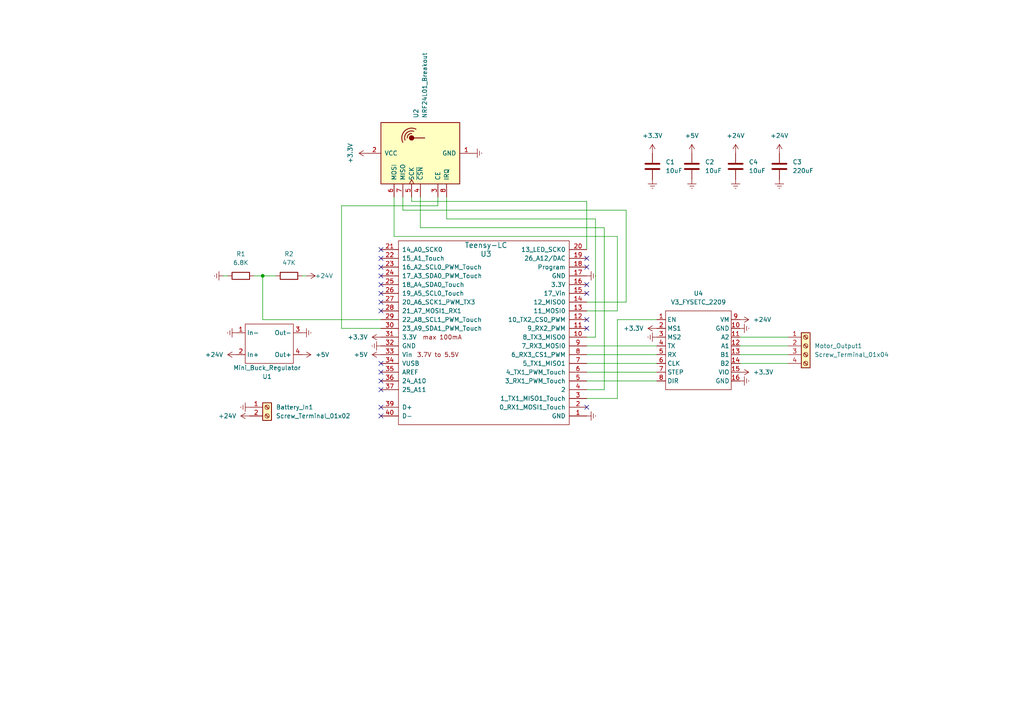
<source format=kicad_sch>
(kicad_sch (version 20211123) (generator eeschema)

  (uuid 13ada413-5be1-4213-9dbe-742f35262025)

  (paper "A4")

  (lib_symbols
    (symbol "Connector:Screw_Terminal_01x02" (pin_names (offset 1.016) hide) (in_bom yes) (on_board yes)
      (property "Reference" "J" (id 0) (at 0 2.54 0)
        (effects (font (size 1.27 1.27)))
      )
      (property "Value" "Screw_Terminal_01x02" (id 1) (at 0 -5.08 0)
        (effects (font (size 1.27 1.27)))
      )
      (property "Footprint" "" (id 2) (at 0 0 0)
        (effects (font (size 1.27 1.27)) hide)
      )
      (property "Datasheet" "~" (id 3) (at 0 0 0)
        (effects (font (size 1.27 1.27)) hide)
      )
      (property "ki_keywords" "screw terminal" (id 4) (at 0 0 0)
        (effects (font (size 1.27 1.27)) hide)
      )
      (property "ki_description" "Generic screw terminal, single row, 01x02, script generated (kicad-library-utils/schlib/autogen/connector/)" (id 5) (at 0 0 0)
        (effects (font (size 1.27 1.27)) hide)
      )
      (property "ki_fp_filters" "TerminalBlock*:*" (id 6) (at 0 0 0)
        (effects (font (size 1.27 1.27)) hide)
      )
      (symbol "Screw_Terminal_01x02_1_1"
        (rectangle (start -1.27 1.27) (end 1.27 -3.81)
          (stroke (width 0.254) (type default) (color 0 0 0 0))
          (fill (type background))
        )
        (circle (center 0 -2.54) (radius 0.635)
          (stroke (width 0.1524) (type default) (color 0 0 0 0))
          (fill (type none))
        )
        (polyline
          (pts
            (xy -0.5334 -2.2098)
            (xy 0.3302 -3.048)
          )
          (stroke (width 0.1524) (type default) (color 0 0 0 0))
          (fill (type none))
        )
        (polyline
          (pts
            (xy -0.5334 0.3302)
            (xy 0.3302 -0.508)
          )
          (stroke (width 0.1524) (type default) (color 0 0 0 0))
          (fill (type none))
        )
        (polyline
          (pts
            (xy -0.3556 -2.032)
            (xy 0.508 -2.8702)
          )
          (stroke (width 0.1524) (type default) (color 0 0 0 0))
          (fill (type none))
        )
        (polyline
          (pts
            (xy -0.3556 0.508)
            (xy 0.508 -0.3302)
          )
          (stroke (width 0.1524) (type default) (color 0 0 0 0))
          (fill (type none))
        )
        (circle (center 0 0) (radius 0.635)
          (stroke (width 0.1524) (type default) (color 0 0 0 0))
          (fill (type none))
        )
        (pin passive line (at -5.08 0 0) (length 3.81)
          (name "Pin_1" (effects (font (size 1.27 1.27))))
          (number "1" (effects (font (size 1.27 1.27))))
        )
        (pin passive line (at -5.08 -2.54 0) (length 3.81)
          (name "Pin_2" (effects (font (size 1.27 1.27))))
          (number "2" (effects (font (size 1.27 1.27))))
        )
      )
    )
    (symbol "Connector:Screw_Terminal_01x04" (pin_names (offset 1.016) hide) (in_bom yes) (on_board yes)
      (property "Reference" "J" (id 0) (at 0 5.08 0)
        (effects (font (size 1.27 1.27)))
      )
      (property "Value" "Screw_Terminal_01x04" (id 1) (at 0 -7.62 0)
        (effects (font (size 1.27 1.27)))
      )
      (property "Footprint" "" (id 2) (at 0 0 0)
        (effects (font (size 1.27 1.27)) hide)
      )
      (property "Datasheet" "~" (id 3) (at 0 0 0)
        (effects (font (size 1.27 1.27)) hide)
      )
      (property "ki_keywords" "screw terminal" (id 4) (at 0 0 0)
        (effects (font (size 1.27 1.27)) hide)
      )
      (property "ki_description" "Generic screw terminal, single row, 01x04, script generated (kicad-library-utils/schlib/autogen/connector/)" (id 5) (at 0 0 0)
        (effects (font (size 1.27 1.27)) hide)
      )
      (property "ki_fp_filters" "TerminalBlock*:*" (id 6) (at 0 0 0)
        (effects (font (size 1.27 1.27)) hide)
      )
      (symbol "Screw_Terminal_01x04_1_1"
        (rectangle (start -1.27 3.81) (end 1.27 -6.35)
          (stroke (width 0.254) (type default) (color 0 0 0 0))
          (fill (type background))
        )
        (circle (center 0 -5.08) (radius 0.635)
          (stroke (width 0.1524) (type default) (color 0 0 0 0))
          (fill (type none))
        )
        (circle (center 0 -2.54) (radius 0.635)
          (stroke (width 0.1524) (type default) (color 0 0 0 0))
          (fill (type none))
        )
        (polyline
          (pts
            (xy -0.5334 -4.7498)
            (xy 0.3302 -5.588)
          )
          (stroke (width 0.1524) (type default) (color 0 0 0 0))
          (fill (type none))
        )
        (polyline
          (pts
            (xy -0.5334 -2.2098)
            (xy 0.3302 -3.048)
          )
          (stroke (width 0.1524) (type default) (color 0 0 0 0))
          (fill (type none))
        )
        (polyline
          (pts
            (xy -0.5334 0.3302)
            (xy 0.3302 -0.508)
          )
          (stroke (width 0.1524) (type default) (color 0 0 0 0))
          (fill (type none))
        )
        (polyline
          (pts
            (xy -0.5334 2.8702)
            (xy 0.3302 2.032)
          )
          (stroke (width 0.1524) (type default) (color 0 0 0 0))
          (fill (type none))
        )
        (polyline
          (pts
            (xy -0.3556 -4.572)
            (xy 0.508 -5.4102)
          )
          (stroke (width 0.1524) (type default) (color 0 0 0 0))
          (fill (type none))
        )
        (polyline
          (pts
            (xy -0.3556 -2.032)
            (xy 0.508 -2.8702)
          )
          (stroke (width 0.1524) (type default) (color 0 0 0 0))
          (fill (type none))
        )
        (polyline
          (pts
            (xy -0.3556 0.508)
            (xy 0.508 -0.3302)
          )
          (stroke (width 0.1524) (type default) (color 0 0 0 0))
          (fill (type none))
        )
        (polyline
          (pts
            (xy -0.3556 3.048)
            (xy 0.508 2.2098)
          )
          (stroke (width 0.1524) (type default) (color 0 0 0 0))
          (fill (type none))
        )
        (circle (center 0 0) (radius 0.635)
          (stroke (width 0.1524) (type default) (color 0 0 0 0))
          (fill (type none))
        )
        (circle (center 0 2.54) (radius 0.635)
          (stroke (width 0.1524) (type default) (color 0 0 0 0))
          (fill (type none))
        )
        (pin passive line (at -5.08 2.54 0) (length 3.81)
          (name "Pin_1" (effects (font (size 1.27 1.27))))
          (number "1" (effects (font (size 1.27 1.27))))
        )
        (pin passive line (at -5.08 0 0) (length 3.81)
          (name "Pin_2" (effects (font (size 1.27 1.27))))
          (number "2" (effects (font (size 1.27 1.27))))
        )
        (pin passive line (at -5.08 -2.54 0) (length 3.81)
          (name "Pin_3" (effects (font (size 1.27 1.27))))
          (number "3" (effects (font (size 1.27 1.27))))
        )
        (pin passive line (at -5.08 -5.08 0) (length 3.81)
          (name "Pin_4" (effects (font (size 1.27 1.27))))
          (number "4" (effects (font (size 1.27 1.27))))
        )
      )
    )
    (symbol "DONKER_cretaed_Lib:Mini_Buck_Regulator" (in_bom yes) (on_board yes)
      (property "Reference" "U" (id 0) (at 0 -6.35 0)
        (effects (font (size 1.27 1.27)))
      )
      (property "Value" "Mini_Buck_Regulator" (id 1) (at 0 7.62 0)
        (effects (font (size 1.27 1.27)))
      )
      (property "Footprint" "" (id 2) (at 0 0 0)
        (effects (font (size 1.27 1.27)) hide)
      )
      (property "Datasheet" "" (id 3) (at 0 0 0)
        (effects (font (size 1.27 1.27)) hide)
      )
      (symbol "Mini_Buck_Regulator_0_1"
        (rectangle (start -6.35 6.35) (end 7.62 -5.08)
          (stroke (width 0) (type default) (color 0 0 0 0))
          (fill (type none))
        )
      )
      (symbol "Mini_Buck_Regulator_1_1"
        (pin input line (at -8.89 3.81 0) (length 2.54)
          (name "In-" (effects (font (size 1.27 1.27))))
          (number "1" (effects (font (size 1.27 1.27))))
        )
        (pin input line (at -8.89 -2.54 0) (length 2.54)
          (name "In+" (effects (font (size 1.27 1.27))))
          (number "2" (effects (font (size 1.27 1.27))))
        )
        (pin output line (at 10.16 3.81 180) (length 2.54)
          (name "Out-" (effects (font (size 1.27 1.27))))
          (number "3" (effects (font (size 1.27 1.27))))
        )
        (pin output line (at 10.16 -2.54 180) (length 2.54)
          (name "Out+" (effects (font (size 1.27 1.27))))
          (number "4" (effects (font (size 1.27 1.27))))
        )
      )
    )
    (symbol "DONKER_cretaed_Lib:V3_FYSETC_2209" (in_bom yes) (on_board yes)
      (property "Reference" "U" (id 0) (at 0 -13.97 0)
        (effects (font (size 1.27 1.27)))
      )
      (property "Value" "V3_FYSETC_2209" (id 1) (at 0 7.62 0)
        (effects (font (size 1.27 1.27)))
      )
      (property "Footprint" "" (id 2) (at 0 0 0)
        (effects (font (size 1.27 1.27)) hide)
      )
      (property "Datasheet" "" (id 3) (at 0 0 0)
        (effects (font (size 1.27 1.27)) hide)
      )
      (symbol "V3_FYSETC_2209_0_1"
        (rectangle (start -8.89 6.35) (end 10.16 -16.51)
          (stroke (width 0) (type default) (color 0 0 0 0))
          (fill (type none))
        )
      )
      (symbol "V3_FYSETC_2209_1_1"
        (pin input line (at -11.43 3.81 0) (length 2.54)
          (name "EN" (effects (font (size 1.27 1.27))))
          (number "1" (effects (font (size 1.27 1.27))))
        )
        (pin input line (at 12.7 1.27 180) (length 2.54)
          (name "GND" (effects (font (size 1.27 1.27))))
          (number "10" (effects (font (size 1.27 1.27))))
        )
        (pin output line (at 12.7 -1.27 180) (length 2.54)
          (name "A2" (effects (font (size 1.27 1.27))))
          (number "11" (effects (font (size 1.27 1.27))))
        )
        (pin output line (at 12.7 -3.81 180) (length 2.54)
          (name "A1" (effects (font (size 1.27 1.27))))
          (number "12" (effects (font (size 1.27 1.27))))
        )
        (pin output line (at 12.7 -6.35 180) (length 2.54)
          (name "B1" (effects (font (size 1.27 1.27))))
          (number "13" (effects (font (size 1.27 1.27))))
        )
        (pin output line (at 12.7 -8.89 180) (length 2.54)
          (name "B2" (effects (font (size 1.27 1.27))))
          (number "14" (effects (font (size 1.27 1.27))))
        )
        (pin input line (at 12.7 -11.43 180) (length 2.54)
          (name "VIO" (effects (font (size 1.27 1.27))))
          (number "15" (effects (font (size 1.27 1.27))))
        )
        (pin input line (at 12.7 -13.97 180) (length 2.54)
          (name "GND" (effects (font (size 1.27 1.27))))
          (number "16" (effects (font (size 1.27 1.27))))
        )
        (pin input line (at -11.43 1.27 0) (length 2.54)
          (name "MS1" (effects (font (size 1.27 1.27))))
          (number "2" (effects (font (size 1.27 1.27))))
        )
        (pin input line (at -11.43 -1.27 0) (length 2.54)
          (name "MS2" (effects (font (size 1.27 1.27))))
          (number "3" (effects (font (size 1.27 1.27))))
        )
        (pin input line (at -11.43 -3.81 0) (length 2.54)
          (name "TX" (effects (font (size 1.27 1.27))))
          (number "4" (effects (font (size 1.27 1.27))))
        )
        (pin input line (at -11.43 -6.35 0) (length 2.54)
          (name "RX" (effects (font (size 1.27 1.27))))
          (number "5" (effects (font (size 1.27 1.27))))
        )
        (pin input line (at -11.43 -8.89 0) (length 2.54)
          (name "CLK" (effects (font (size 1.27 1.27))))
          (number "6" (effects (font (size 1.27 1.27))))
        )
        (pin input line (at -11.43 -11.43 0) (length 2.54)
          (name "STEP" (effects (font (size 1.27 1.27))))
          (number "7" (effects (font (size 1.27 1.27))))
        )
        (pin input line (at -11.43 -13.97 0) (length 2.54)
          (name "DIR" (effects (font (size 1.27 1.27))))
          (number "8" (effects (font (size 1.27 1.27))))
        )
        (pin input line (at 12.7 3.81 180) (length 2.54)
          (name "VM" (effects (font (size 1.27 1.27))))
          (number "9" (effects (font (size 1.27 1.27))))
        )
      )
    )
    (symbol "Device:C" (pin_numbers hide) (pin_names (offset 0.254)) (in_bom yes) (on_board yes)
      (property "Reference" "C" (id 0) (at 0.635 2.54 0)
        (effects (font (size 1.27 1.27)) (justify left))
      )
      (property "Value" "C" (id 1) (at 0.635 -2.54 0)
        (effects (font (size 1.27 1.27)) (justify left))
      )
      (property "Footprint" "" (id 2) (at 0.9652 -3.81 0)
        (effects (font (size 1.27 1.27)) hide)
      )
      (property "Datasheet" "~" (id 3) (at 0 0 0)
        (effects (font (size 1.27 1.27)) hide)
      )
      (property "ki_keywords" "cap capacitor" (id 4) (at 0 0 0)
        (effects (font (size 1.27 1.27)) hide)
      )
      (property "ki_description" "Unpolarized capacitor" (id 5) (at 0 0 0)
        (effects (font (size 1.27 1.27)) hide)
      )
      (property "ki_fp_filters" "C_*" (id 6) (at 0 0 0)
        (effects (font (size 1.27 1.27)) hide)
      )
      (symbol "C_0_1"
        (polyline
          (pts
            (xy -2.032 -0.762)
            (xy 2.032 -0.762)
          )
          (stroke (width 0.508) (type default) (color 0 0 0 0))
          (fill (type none))
        )
        (polyline
          (pts
            (xy -2.032 0.762)
            (xy 2.032 0.762)
          )
          (stroke (width 0.508) (type default) (color 0 0 0 0))
          (fill (type none))
        )
      )
      (symbol "C_1_1"
        (pin passive line (at 0 3.81 270) (length 2.794)
          (name "~" (effects (font (size 1.27 1.27))))
          (number "1" (effects (font (size 1.27 1.27))))
        )
        (pin passive line (at 0 -3.81 90) (length 2.794)
          (name "~" (effects (font (size 1.27 1.27))))
          (number "2" (effects (font (size 1.27 1.27))))
        )
      )
    )
    (symbol "Device:R" (pin_numbers hide) (pin_names (offset 0)) (in_bom yes) (on_board yes)
      (property "Reference" "R" (id 0) (at 2.032 0 90)
        (effects (font (size 1.27 1.27)))
      )
      (property "Value" "R" (id 1) (at 0 0 90)
        (effects (font (size 1.27 1.27)))
      )
      (property "Footprint" "" (id 2) (at -1.778 0 90)
        (effects (font (size 1.27 1.27)) hide)
      )
      (property "Datasheet" "~" (id 3) (at 0 0 0)
        (effects (font (size 1.27 1.27)) hide)
      )
      (property "ki_keywords" "R res resistor" (id 4) (at 0 0 0)
        (effects (font (size 1.27 1.27)) hide)
      )
      (property "ki_description" "Resistor" (id 5) (at 0 0 0)
        (effects (font (size 1.27 1.27)) hide)
      )
      (property "ki_fp_filters" "R_*" (id 6) (at 0 0 0)
        (effects (font (size 1.27 1.27)) hide)
      )
      (symbol "R_0_1"
        (rectangle (start -1.016 -2.54) (end 1.016 2.54)
          (stroke (width 0.254) (type default) (color 0 0 0 0))
          (fill (type none))
        )
      )
      (symbol "R_1_1"
        (pin passive line (at 0 3.81 270) (length 1.27)
          (name "~" (effects (font (size 1.27 1.27))))
          (number "1" (effects (font (size 1.27 1.27))))
        )
        (pin passive line (at 0 -3.81 90) (length 1.27)
          (name "~" (effects (font (size 1.27 1.27))))
          (number "2" (effects (font (size 1.27 1.27))))
        )
      )
    )
    (symbol "RF:NRF24L01_Breakout" (pin_names (offset 1.016)) (in_bom yes) (on_board yes)
      (property "Reference" "U" (id 0) (at -8.89 12.7 0)
        (effects (font (size 1.27 1.27)) (justify left))
      )
      (property "Value" "NRF24L01_Breakout" (id 1) (at 3.81 12.7 0)
        (effects (font (size 1.27 1.27)) (justify left))
      )
      (property "Footprint" "RF_Module:nRF24L01_Breakout" (id 2) (at 3.81 15.24 0)
        (effects (font (size 1.27 1.27) italic) (justify left) hide)
      )
      (property "Datasheet" "http://www.nordicsemi.com/eng/content/download/2730/34105/file/nRF24L01_Product_Specification_v2_0.pdf" (id 3) (at 0 -2.54 0)
        (effects (font (size 1.27 1.27)) hide)
      )
      (property "ki_keywords" "Low Power RF Transciever breakout carrier" (id 4) (at 0 0 0)
        (effects (font (size 1.27 1.27)) hide)
      )
      (property "ki_description" "Ultra low power 2.4GHz RF Transceiver, Carrier PCB" (id 5) (at 0 0 0)
        (effects (font (size 1.27 1.27)) hide)
      )
      (property "ki_fp_filters" "nRF24L01*Breakout*" (id 6) (at 0 0 0)
        (effects (font (size 1.27 1.27)) hide)
      )
      (symbol "NRF24L01_Breakout_0_1"
        (rectangle (start -8.89 11.43) (end 8.89 -11.43)
          (stroke (width 0.254) (type default) (color 0 0 0 0))
          (fill (type background))
        )
        (polyline
          (pts
            (xy 4.445 1.905)
            (xy 4.445 -1.27)
          )
          (stroke (width 0.254) (type default) (color 0 0 0 0))
          (fill (type none))
        )
        (circle (center 4.445 2.54) (radius 0.635)
          (stroke (width 0.254) (type default) (color 0 0 0 0))
          (fill (type outline))
        )
        (arc (start 5.715 2.54) (mid 5.3521 3.4546) (end 4.445 3.81)
          (stroke (width 0.254) (type default) (color 0 0 0 0))
          (fill (type none))
        )
        (arc (start 6.35 1.905) (mid 5.8763 3.9854) (end 3.81 4.445)
          (stroke (width 0.254) (type default) (color 0 0 0 0))
          (fill (type none))
        )
        (arc (start 6.985 1.27) (mid 6.453 4.548) (end 3.175 5.08)
          (stroke (width 0.254) (type default) (color 0 0 0 0))
          (fill (type none))
        )
      )
      (symbol "NRF24L01_Breakout_1_1"
        (pin power_in line (at 0 -15.24 90) (length 3.81)
          (name "GND" (effects (font (size 1.27 1.27))))
          (number "1" (effects (font (size 1.27 1.27))))
        )
        (pin power_in line (at 0 15.24 270) (length 3.81)
          (name "VCC" (effects (font (size 1.27 1.27))))
          (number "2" (effects (font (size 1.27 1.27))))
        )
        (pin input line (at -12.7 -5.08 0) (length 3.81)
          (name "CE" (effects (font (size 1.27 1.27))))
          (number "3" (effects (font (size 1.27 1.27))))
        )
        (pin input line (at -12.7 0 0) (length 3.81)
          (name "~{CSN}" (effects (font (size 1.27 1.27))))
          (number "4" (effects (font (size 1.27 1.27))))
        )
        (pin input clock (at -12.7 2.54 0) (length 3.81)
          (name "SCK" (effects (font (size 1.27 1.27))))
          (number "5" (effects (font (size 1.27 1.27))))
        )
        (pin input line (at -12.7 7.62 0) (length 3.81)
          (name "MOSI" (effects (font (size 1.27 1.27))))
          (number "6" (effects (font (size 1.27 1.27))))
        )
        (pin output line (at -12.7 5.08 0) (length 3.81)
          (name "MISO" (effects (font (size 1.27 1.27))))
          (number "7" (effects (font (size 1.27 1.27))))
        )
        (pin output line (at -12.7 -7.62 0) (length 3.81)
          (name "IRQ" (effects (font (size 1.27 1.27))))
          (number "8" (effects (font (size 1.27 1.27))))
        )
      )
    )
    (symbol "power:+24V" (power) (pin_names (offset 0)) (in_bom yes) (on_board yes)
      (property "Reference" "#PWR" (id 0) (at 0 -3.81 0)
        (effects (font (size 1.27 1.27)) hide)
      )
      (property "Value" "+24V" (id 1) (at 0 3.556 0)
        (effects (font (size 1.27 1.27)))
      )
      (property "Footprint" "" (id 2) (at 0 0 0)
        (effects (font (size 1.27 1.27)) hide)
      )
      (property "Datasheet" "" (id 3) (at 0 0 0)
        (effects (font (size 1.27 1.27)) hide)
      )
      (property "ki_keywords" "power-flag" (id 4) (at 0 0 0)
        (effects (font (size 1.27 1.27)) hide)
      )
      (property "ki_description" "Power symbol creates a global label with name \"+24V\"" (id 5) (at 0 0 0)
        (effects (font (size 1.27 1.27)) hide)
      )
      (symbol "+24V_0_1"
        (polyline
          (pts
            (xy -0.762 1.27)
            (xy 0 2.54)
          )
          (stroke (width 0) (type default) (color 0 0 0 0))
          (fill (type none))
        )
        (polyline
          (pts
            (xy 0 0)
            (xy 0 2.54)
          )
          (stroke (width 0) (type default) (color 0 0 0 0))
          (fill (type none))
        )
        (polyline
          (pts
            (xy 0 2.54)
            (xy 0.762 1.27)
          )
          (stroke (width 0) (type default) (color 0 0 0 0))
          (fill (type none))
        )
      )
      (symbol "+24V_1_1"
        (pin power_in line (at 0 0 90) (length 0) hide
          (name "+24V" (effects (font (size 1.27 1.27))))
          (number "1" (effects (font (size 1.27 1.27))))
        )
      )
    )
    (symbol "power:+3.3V" (power) (pin_names (offset 0)) (in_bom yes) (on_board yes)
      (property "Reference" "#PWR" (id 0) (at 0 -3.81 0)
        (effects (font (size 1.27 1.27)) hide)
      )
      (property "Value" "+3.3V" (id 1) (at 0 3.556 0)
        (effects (font (size 1.27 1.27)))
      )
      (property "Footprint" "" (id 2) (at 0 0 0)
        (effects (font (size 1.27 1.27)) hide)
      )
      (property "Datasheet" "" (id 3) (at 0 0 0)
        (effects (font (size 1.27 1.27)) hide)
      )
      (property "ki_keywords" "power-flag" (id 4) (at 0 0 0)
        (effects (font (size 1.27 1.27)) hide)
      )
      (property "ki_description" "Power symbol creates a global label with name \"+3.3V\"" (id 5) (at 0 0 0)
        (effects (font (size 1.27 1.27)) hide)
      )
      (symbol "+3.3V_0_1"
        (polyline
          (pts
            (xy -0.762 1.27)
            (xy 0 2.54)
          )
          (stroke (width 0) (type default) (color 0 0 0 0))
          (fill (type none))
        )
        (polyline
          (pts
            (xy 0 0)
            (xy 0 2.54)
          )
          (stroke (width 0) (type default) (color 0 0 0 0))
          (fill (type none))
        )
        (polyline
          (pts
            (xy 0 2.54)
            (xy 0.762 1.27)
          )
          (stroke (width 0) (type default) (color 0 0 0 0))
          (fill (type none))
        )
      )
      (symbol "+3.3V_1_1"
        (pin power_in line (at 0 0 90) (length 0) hide
          (name "+3.3V" (effects (font (size 1.27 1.27))))
          (number "1" (effects (font (size 1.27 1.27))))
        )
      )
    )
    (symbol "power:+5V" (power) (pin_names (offset 0)) (in_bom yes) (on_board yes)
      (property "Reference" "#PWR" (id 0) (at 0 -3.81 0)
        (effects (font (size 1.27 1.27)) hide)
      )
      (property "Value" "+5V" (id 1) (at 0 3.556 0)
        (effects (font (size 1.27 1.27)))
      )
      (property "Footprint" "" (id 2) (at 0 0 0)
        (effects (font (size 1.27 1.27)) hide)
      )
      (property "Datasheet" "" (id 3) (at 0 0 0)
        (effects (font (size 1.27 1.27)) hide)
      )
      (property "ki_keywords" "power-flag" (id 4) (at 0 0 0)
        (effects (font (size 1.27 1.27)) hide)
      )
      (property "ki_description" "Power symbol creates a global label with name \"+5V\"" (id 5) (at 0 0 0)
        (effects (font (size 1.27 1.27)) hide)
      )
      (symbol "+5V_0_1"
        (polyline
          (pts
            (xy -0.762 1.27)
            (xy 0 2.54)
          )
          (stroke (width 0) (type default) (color 0 0 0 0))
          (fill (type none))
        )
        (polyline
          (pts
            (xy 0 0)
            (xy 0 2.54)
          )
          (stroke (width 0) (type default) (color 0 0 0 0))
          (fill (type none))
        )
        (polyline
          (pts
            (xy 0 2.54)
            (xy 0.762 1.27)
          )
          (stroke (width 0) (type default) (color 0 0 0 0))
          (fill (type none))
        )
      )
      (symbol "+5V_1_1"
        (pin power_in line (at 0 0 90) (length 0) hide
          (name "+5V" (effects (font (size 1.27 1.27))))
          (number "1" (effects (font (size 1.27 1.27))))
        )
      )
    )
    (symbol "power:Earth" (power) (pin_names (offset 0)) (in_bom yes) (on_board yes)
      (property "Reference" "#PWR" (id 0) (at 0 -6.35 0)
        (effects (font (size 1.27 1.27)) hide)
      )
      (property "Value" "Earth" (id 1) (at 0 -3.81 0)
        (effects (font (size 1.27 1.27)) hide)
      )
      (property "Footprint" "" (id 2) (at 0 0 0)
        (effects (font (size 1.27 1.27)) hide)
      )
      (property "Datasheet" "~" (id 3) (at 0 0 0)
        (effects (font (size 1.27 1.27)) hide)
      )
      (property "ki_keywords" "power-flag ground gnd" (id 4) (at 0 0 0)
        (effects (font (size 1.27 1.27)) hide)
      )
      (property "ki_description" "Power symbol creates a global label with name \"Earth\"" (id 5) (at 0 0 0)
        (effects (font (size 1.27 1.27)) hide)
      )
      (symbol "Earth_0_1"
        (polyline
          (pts
            (xy -0.635 -1.905)
            (xy 0.635 -1.905)
          )
          (stroke (width 0) (type default) (color 0 0 0 0))
          (fill (type none))
        )
        (polyline
          (pts
            (xy -0.127 -2.54)
            (xy 0.127 -2.54)
          )
          (stroke (width 0) (type default) (color 0 0 0 0))
          (fill (type none))
        )
        (polyline
          (pts
            (xy 0 -1.27)
            (xy 0 0)
          )
          (stroke (width 0) (type default) (color 0 0 0 0))
          (fill (type none))
        )
        (polyline
          (pts
            (xy 1.27 -1.27)
            (xy -1.27 -1.27)
          )
          (stroke (width 0) (type default) (color 0 0 0 0))
          (fill (type none))
        )
      )
      (symbol "Earth_1_1"
        (pin power_in line (at 0 0 270) (length 0) hide
          (name "Earth" (effects (font (size 1.27 1.27))))
          (number "1" (effects (font (size 1.27 1.27))))
        )
      )
    )
    (symbol "teensy:Teensy-LC" (pin_names (offset 1.016)) (in_bom yes) (on_board yes)
      (property "Reference" "U" (id 0) (at 0 29.21 0)
        (effects (font (size 1.524 1.524)))
      )
      (property "Value" "Teensy-LC" (id 1) (at 0 -29.21 0)
        (effects (font (size 1.524 1.524)))
      )
      (property "Footprint" "" (id 2) (at 0 -13.97 0)
        (effects (font (size 1.524 1.524)))
      )
      (property "Datasheet" "" (id 3) (at 0 -13.97 0)
        (effects (font (size 1.524 1.524)))
      )
      (symbol "Teensy-LC_0_0"
        (text "3.7V to 5.5V" (at 13.97 6.35 0)
          (effects (font (size 1.27 1.27)))
        )
        (text "max 100mA" (at 12.7 1.27 0)
          (effects (font (size 1.27 1.27)))
        )
      )
      (symbol "Teensy-LC_0_1"
        (rectangle (start -24.13 26.67) (end 25.4 -26.67)
          (stroke (width 0) (type default) (color 0 0 0 0))
          (fill (type none))
        )
      )
      (symbol "Teensy-LC_1_1"
        (pin power_in line (at -29.21 24.13 0) (length 5.08)
          (name "GND" (effects (font (size 1.27 1.27))))
          (number "1" (effects (font (size 1.27 1.27))))
        )
        (pin bidirectional line (at -29.21 1.27 0) (length 5.08)
          (name "8_TX3_MISO0" (effects (font (size 1.27 1.27))))
          (number "10" (effects (font (size 1.27 1.27))))
        )
        (pin bidirectional line (at -29.21 -1.27 0) (length 5.08)
          (name "9_RX2_PWM" (effects (font (size 1.27 1.27))))
          (number "11" (effects (font (size 1.27 1.27))))
        )
        (pin bidirectional line (at -29.21 -3.81 0) (length 5.08)
          (name "10_TX2_CS0_PWM" (effects (font (size 1.27 1.27))))
          (number "12" (effects (font (size 1.27 1.27))))
        )
        (pin bidirectional line (at -29.21 -6.35 0) (length 5.08)
          (name "11_MOSI0" (effects (font (size 1.27 1.27))))
          (number "13" (effects (font (size 1.27 1.27))))
        )
        (pin bidirectional line (at -29.21 -8.89 0) (length 5.08)
          (name "12_MISO0" (effects (font (size 1.27 1.27))))
          (number "14" (effects (font (size 1.27 1.27))))
        )
        (pin output line (at -29.21 -11.43 0) (length 5.08)
          (name "17_Vin" (effects (font (size 1.27 1.27))))
          (number "15" (effects (font (size 1.27 1.27))))
        )
        (pin power_in line (at -29.21 -13.97 0) (length 5.08)
          (name "3.3V" (effects (font (size 1.27 1.27))))
          (number "16" (effects (font (size 1.27 1.27))))
        )
        (pin power_in line (at -29.21 -16.51 0) (length 5.08)
          (name "GND" (effects (font (size 1.27 1.27))))
          (number "17" (effects (font (size 1.27 1.27))))
        )
        (pin input line (at -29.21 -19.05 0) (length 5.08)
          (name "Program" (effects (font (size 1.27 1.27))))
          (number "18" (effects (font (size 1.27 1.27))))
        )
        (pin bidirectional line (at -29.21 -21.59 0) (length 5.08)
          (name "26_A12/DAC" (effects (font (size 1.27 1.27))))
          (number "19" (effects (font (size 1.27 1.27))))
        )
        (pin bidirectional line (at -29.21 21.59 0) (length 5.08)
          (name "0_RX1_MOSI1_Touch" (effects (font (size 1.27 1.27))))
          (number "2" (effects (font (size 1.27 1.27))))
        )
        (pin bidirectional line (at -29.21 -24.13 0) (length 5.08)
          (name "13_LED_SCK0" (effects (font (size 1.27 1.27))))
          (number "20" (effects (font (size 1.27 1.27))))
        )
        (pin bidirectional line (at 30.48 -24.13 180) (length 5.08)
          (name "14_A0_SCK0" (effects (font (size 1.27 1.27))))
          (number "21" (effects (font (size 1.27 1.27))))
        )
        (pin bidirectional line (at 30.48 -21.59 180) (length 5.08)
          (name "15_A1_Touch" (effects (font (size 1.27 1.27))))
          (number "22" (effects (font (size 1.27 1.27))))
        )
        (pin bidirectional line (at 30.48 -19.05 180) (length 5.08)
          (name "16_A2_SCL0_PWM_Touch" (effects (font (size 1.27 1.27))))
          (number "23" (effects (font (size 1.27 1.27))))
        )
        (pin bidirectional line (at 30.48 -16.51 180) (length 5.08)
          (name "17_A3_SDA0_PWM_Touch" (effects (font (size 1.27 1.27))))
          (number "24" (effects (font (size 1.27 1.27))))
        )
        (pin bidirectional line (at 30.48 -13.97 180) (length 5.08)
          (name "18_A4_SDA0_Touch" (effects (font (size 1.27 1.27))))
          (number "25" (effects (font (size 1.27 1.27))))
        )
        (pin bidirectional line (at 30.48 -11.43 180) (length 5.08)
          (name "19_A5_SCL0_Touch" (effects (font (size 1.27 1.27))))
          (number "26" (effects (font (size 1.27 1.27))))
        )
        (pin bidirectional line (at 30.48 -8.89 180) (length 5.08)
          (name "20_A6_SCK1_PWM_TX3" (effects (font (size 1.27 1.27))))
          (number "27" (effects (font (size 1.27 1.27))))
        )
        (pin bidirectional line (at 30.48 -6.35 180) (length 5.08)
          (name "21_A7_MOSI1_RX1" (effects (font (size 1.27 1.27))))
          (number "28" (effects (font (size 1.27 1.27))))
        )
        (pin bidirectional line (at 30.48 -3.81 180) (length 5.08)
          (name "22_A8_SCL1_PWM_Touch" (effects (font (size 1.27 1.27))))
          (number "29" (effects (font (size 1.27 1.27))))
        )
        (pin bidirectional line (at -29.21 19.05 0) (length 5.08)
          (name "1_TX1_MISO1_Touch" (effects (font (size 1.27 1.27))))
          (number "3" (effects (font (size 1.27 1.27))))
        )
        (pin bidirectional line (at 30.48 -1.27 180) (length 5.08)
          (name "23_A9_SDA1_PWM_Touch" (effects (font (size 1.27 1.27))))
          (number "30" (effects (font (size 1.27 1.27))))
        )
        (pin power_out line (at 30.48 1.27 180) (length 5.08)
          (name "3.3V" (effects (font (size 1.27 1.27))))
          (number "31" (effects (font (size 1.27 1.27))))
        )
        (pin power_in line (at 30.48 3.81 180) (length 5.08)
          (name "GND" (effects (font (size 1.27 1.27))))
          (number "32" (effects (font (size 1.27 1.27))))
        )
        (pin power_in line (at 30.48 6.35 180) (length 5.08)
          (name "Vin" (effects (font (size 1.27 1.27))))
          (number "33" (effects (font (size 1.27 1.27))))
        )
        (pin power_in line (at 30.48 8.89 180) (length 5.08)
          (name "VUSB" (effects (font (size 1.27 1.27))))
          (number "34" (effects (font (size 1.27 1.27))))
        )
        (pin input line (at 30.48 11.43 180) (length 5.08)
          (name "AREF" (effects (font (size 1.27 1.27))))
          (number "35" (effects (font (size 1.27 1.27))))
        )
        (pin bidirectional line (at 30.48 13.97 180) (length 5.08)
          (name "24_A10" (effects (font (size 1.27 1.27))))
          (number "36" (effects (font (size 1.27 1.27))))
        )
        (pin bidirectional line (at 30.48 16.51 180) (length 5.08)
          (name "25_A11" (effects (font (size 1.27 1.27))))
          (number "37" (effects (font (size 1.27 1.27))))
        )
        (pin bidirectional line (at 30.48 21.59 180) (length 5.08)
          (name "D+" (effects (font (size 1.27 1.27))))
          (number "39" (effects (font (size 1.27 1.27))))
        )
        (pin bidirectional line (at -29.21 16.51 0) (length 5.08)
          (name "2" (effects (font (size 1.27 1.27))))
          (number "4" (effects (font (size 1.27 1.27))))
        )
        (pin bidirectional line (at 30.48 24.13 180) (length 5.08)
          (name "D-" (effects (font (size 1.27 1.27))))
          (number "40" (effects (font (size 1.27 1.27))))
        )
        (pin bidirectional line (at -29.21 13.97 0) (length 5.08)
          (name "3_RX1_PWM_Touch" (effects (font (size 1.27 1.27))))
          (number "5" (effects (font (size 1.27 1.27))))
        )
        (pin bidirectional line (at -29.21 11.43 0) (length 5.08)
          (name "4_TX1_PWM_Touch" (effects (font (size 1.27 1.27))))
          (number "6" (effects (font (size 1.27 1.27))))
        )
        (pin bidirectional line (at -29.21 8.89 0) (length 5.08)
          (name "5_TX1_MISO1" (effects (font (size 1.27 1.27))))
          (number "7" (effects (font (size 1.27 1.27))))
        )
        (pin bidirectional line (at -29.21 6.35 0) (length 5.08)
          (name "6_RX3_CS1_PWM" (effects (font (size 1.27 1.27))))
          (number "8" (effects (font (size 1.27 1.27))))
        )
        (pin bidirectional line (at -29.21 3.81 0) (length 5.08)
          (name "7_RX3_MOSI0" (effects (font (size 1.27 1.27))))
          (number "9" (effects (font (size 1.27 1.27))))
        )
      )
    )
  )

  (junction (at 76.2 80.01) (diameter 0) (color 0 0 0 0)
    (uuid 70c759a9-7f9f-4acb-94ec-15cc7b082cd6)
  )

  (no_connect (at 170.18 118.11) (uuid bd0099d0-092c-4985-94e7-df29dbd1e500))
  (no_connect (at 170.18 92.71) (uuid bd0099d0-092c-4985-94e7-df29dbd1e501))
  (no_connect (at 170.18 95.25) (uuid bd0099d0-092c-4985-94e7-df29dbd1e502))
  (no_connect (at 110.49 80.01) (uuid bd0099d0-092c-4985-94e7-df29dbd1e503))
  (no_connect (at 110.49 77.47) (uuid bd0099d0-092c-4985-94e7-df29dbd1e504))
  (no_connect (at 110.49 74.93) (uuid bd0099d0-092c-4985-94e7-df29dbd1e505))
  (no_connect (at 110.49 72.39) (uuid bd0099d0-092c-4985-94e7-df29dbd1e506))
  (no_connect (at 110.49 90.17) (uuid bd0099d0-092c-4985-94e7-df29dbd1e507))
  (no_connect (at 110.49 87.63) (uuid bd0099d0-092c-4985-94e7-df29dbd1e508))
  (no_connect (at 110.49 85.09) (uuid bd0099d0-092c-4985-94e7-df29dbd1e509))
  (no_connect (at 110.49 82.55) (uuid bd0099d0-092c-4985-94e7-df29dbd1e50a))
  (no_connect (at 110.49 110.49) (uuid bd0099d0-092c-4985-94e7-df29dbd1e50b))
  (no_connect (at 110.49 120.65) (uuid bd0099d0-092c-4985-94e7-df29dbd1e50c))
  (no_connect (at 110.49 118.11) (uuid bd0099d0-092c-4985-94e7-df29dbd1e50d))
  (no_connect (at 110.49 113.03) (uuid bd0099d0-092c-4985-94e7-df29dbd1e50e))
  (no_connect (at 110.49 105.41) (uuid bd0099d0-092c-4985-94e7-df29dbd1e50f))
  (no_connect (at 110.49 107.95) (uuid bd0099d0-092c-4985-94e7-df29dbd1e510))
  (no_connect (at 170.18 85.09) (uuid bd0099d0-092c-4985-94e7-df29dbd1e511))
  (no_connect (at 170.18 82.55) (uuid bd0099d0-092c-4985-94e7-df29dbd1e512))
  (no_connect (at 170.18 77.47) (uuid bd0099d0-092c-4985-94e7-df29dbd1e513))
  (no_connect (at 170.18 74.93) (uuid bd0099d0-092c-4985-94e7-df29dbd1e514))

  (wire (pts (xy 170.18 105.41) (xy 190.5 105.41))
    (stroke (width 0) (type default) (color 0 0 0 0))
    (uuid 02da7c2a-235f-4a58-b4e2-ad27a9feca38)
  )
  (wire (pts (xy 119.38 57.15) (xy 119.38 58.42))
    (stroke (width 0) (type default) (color 0 0 0 0))
    (uuid 0612f31b-830d-4edd-844b-cf172d1dce2e)
  )
  (wire (pts (xy 179.07 90.17) (xy 179.07 68.58))
    (stroke (width 0) (type default) (color 0 0 0 0))
    (uuid 139f089a-88b3-4e6e-8e7f-11e727a97e6c)
  )
  (wire (pts (xy 170.18 58.42) (xy 170.18 72.39))
    (stroke (width 0) (type default) (color 0 0 0 0))
    (uuid 16dd33be-4d7c-4668-a2d0-0cd18b4f3119)
  )
  (wire (pts (xy 99.06 59.69) (xy 99.06 95.25))
    (stroke (width 0) (type default) (color 0 0 0 0))
    (uuid 1a0c6bb2-73dd-46fb-af9a-4f9d97fc8826)
  )
  (wire (pts (xy 110.49 92.71) (xy 76.2 92.71))
    (stroke (width 0) (type default) (color 0 0 0 0))
    (uuid 226f25cb-8663-4bee-b3e0-bc498afcce11)
  )
  (wire (pts (xy 170.18 113.03) (xy 175.26 113.03))
    (stroke (width 0) (type default) (color 0 0 0 0))
    (uuid 2708f20e-8cf6-4662-b812-bef094134c1f)
  )
  (wire (pts (xy 76.2 92.71) (xy 76.2 80.01))
    (stroke (width 0) (type default) (color 0 0 0 0))
    (uuid 276fa2d2-1058-4e95-981a-a0b29a9d3abb)
  )
  (wire (pts (xy 214.63 105.41) (xy 228.6 105.41))
    (stroke (width 0) (type default) (color 0 0 0 0))
    (uuid 2a448618-e0de-4d14-98b8-d4fb3c6a3e5c)
  )
  (wire (pts (xy 116.84 60.96) (xy 116.84 57.15))
    (stroke (width 0) (type default) (color 0 0 0 0))
    (uuid 2b96e0f5-b109-4196-8b6f-6ed8b8c81780)
  )
  (wire (pts (xy 76.2 80.01) (xy 80.01 80.01))
    (stroke (width 0) (type default) (color 0 0 0 0))
    (uuid 2f702533-f086-4f46-9a8e-82d6f4cbf2c8)
  )
  (wire (pts (xy 179.07 92.71) (xy 179.07 115.57))
    (stroke (width 0) (type default) (color 0 0 0 0))
    (uuid 323919af-2a2b-4735-80e1-ce84a15fb6a0)
  )
  (wire (pts (xy 99.06 95.25) (xy 110.49 95.25))
    (stroke (width 0) (type default) (color 0 0 0 0))
    (uuid 3e25b288-c40c-4f07-a14f-a901eb06c4ab)
  )
  (wire (pts (xy 175.26 113.03) (xy 175.26 66.04))
    (stroke (width 0) (type default) (color 0 0 0 0))
    (uuid 41067c0b-ec8f-401d-9d58-e391a8279d66)
  )
  (wire (pts (xy 181.61 87.63) (xy 181.61 60.96))
    (stroke (width 0) (type default) (color 0 0 0 0))
    (uuid 5328111e-d7f8-4a56-8eaa-6d3aa27797c9)
  )
  (wire (pts (xy 114.3 68.58) (xy 114.3 57.15))
    (stroke (width 0) (type default) (color 0 0 0 0))
    (uuid 69776e39-6a1e-497b-ab78-aede67b28f00)
  )
  (wire (pts (xy 121.92 66.04) (xy 121.92 57.15))
    (stroke (width 0) (type default) (color 0 0 0 0))
    (uuid 6adbc4e8-2caa-422e-ab76-6ab3740db8d9)
  )
  (wire (pts (xy 127 59.69) (xy 99.06 59.69))
    (stroke (width 0) (type default) (color 0 0 0 0))
    (uuid 6cacbb9d-b7db-4140-98e6-25c5cd14e34f)
  )
  (wire (pts (xy 170.18 102.87) (xy 190.5 102.87))
    (stroke (width 0) (type default) (color 0 0 0 0))
    (uuid 72279d08-7e1f-481c-a9bd-ad041a592b96)
  )
  (wire (pts (xy 119.38 58.42) (xy 170.18 58.42))
    (stroke (width 0) (type default) (color 0 0 0 0))
    (uuid 89948b54-5875-489c-81fd-5fe5d8aadd16)
  )
  (wire (pts (xy 214.63 100.33) (xy 228.6 100.33))
    (stroke (width 0) (type default) (color 0 0 0 0))
    (uuid 8e2bc22d-7ad1-4ec8-b99e-47035488f1c7)
  )
  (wire (pts (xy 214.63 97.79) (xy 228.6 97.79))
    (stroke (width 0) (type default) (color 0 0 0 0))
    (uuid 9182e292-07c0-4027-988f-67f93510ed6b)
  )
  (wire (pts (xy 172.72 97.79) (xy 172.72 63.5))
    (stroke (width 0) (type default) (color 0 0 0 0))
    (uuid 97681ceb-4433-449c-a663-2b75a8a9df03)
  )
  (wire (pts (xy 175.26 66.04) (xy 121.92 66.04))
    (stroke (width 0) (type default) (color 0 0 0 0))
    (uuid a8743e97-2e13-4c84-b13e-a9632ee9fc0b)
  )
  (wire (pts (xy 73.66 80.01) (xy 76.2 80.01))
    (stroke (width 0) (type default) (color 0 0 0 0))
    (uuid af9460e8-571e-4878-a47e-7c38511cf162)
  )
  (wire (pts (xy 66.04 80.01) (xy 64.77 80.01))
    (stroke (width 0) (type default) (color 0 0 0 0))
    (uuid b0a21638-f9c2-4934-90bd-cd0fbd062092)
  )
  (wire (pts (xy 170.18 100.33) (xy 190.5 100.33))
    (stroke (width 0) (type default) (color 0 0 0 0))
    (uuid b480e50a-e513-4394-8945-6c6d63479a02)
  )
  (wire (pts (xy 214.63 102.87) (xy 228.6 102.87))
    (stroke (width 0) (type default) (color 0 0 0 0))
    (uuid b5a8fb19-bcfa-4331-be86-38d629cc371b)
  )
  (wire (pts (xy 129.54 63.5) (xy 129.54 57.15))
    (stroke (width 0) (type default) (color 0 0 0 0))
    (uuid c33a0ece-c411-4171-bf99-ef987adddcc4)
  )
  (wire (pts (xy 87.63 80.01) (xy 88.9 80.01))
    (stroke (width 0) (type default) (color 0 0 0 0))
    (uuid c447d06c-d912-4433-815a-1e576cf9f003)
  )
  (wire (pts (xy 170.18 107.95) (xy 190.5 107.95))
    (stroke (width 0) (type default) (color 0 0 0 0))
    (uuid c4e7a9f9-0132-4018-ab98-ff59da620871)
  )
  (wire (pts (xy 179.07 68.58) (xy 114.3 68.58))
    (stroke (width 0) (type default) (color 0 0 0 0))
    (uuid cd9c723a-2586-4d45-8d9a-c159860de1f9)
  )
  (wire (pts (xy 170.18 115.57) (xy 179.07 115.57))
    (stroke (width 0) (type default) (color 0 0 0 0))
    (uuid d0632f8c-1aaf-45d4-9f8c-a550d0c5262a)
  )
  (wire (pts (xy 170.18 110.49) (xy 190.5 110.49))
    (stroke (width 0) (type default) (color 0 0 0 0))
    (uuid d3c305ff-429f-419c-ba68-ba0cc953db6e)
  )
  (wire (pts (xy 170.18 90.17) (xy 179.07 90.17))
    (stroke (width 0) (type default) (color 0 0 0 0))
    (uuid d7b82865-225c-422b-86f7-f3174a4ad591)
  )
  (wire (pts (xy 190.5 92.71) (xy 179.07 92.71))
    (stroke (width 0) (type default) (color 0 0 0 0))
    (uuid db1174ac-c427-4d62-b89a-6a87777a021b)
  )
  (wire (pts (xy 170.18 87.63) (xy 181.61 87.63))
    (stroke (width 0) (type default) (color 0 0 0 0))
    (uuid e5644e12-d98c-4368-a218-a24a84b6dcd3)
  )
  (wire (pts (xy 170.18 97.79) (xy 172.72 97.79))
    (stroke (width 0) (type default) (color 0 0 0 0))
    (uuid e5836ecd-d6ad-4ec0-b2f0-814246508df4)
  )
  (wire (pts (xy 127 57.15) (xy 127 59.69))
    (stroke (width 0) (type default) (color 0 0 0 0))
    (uuid ef96f00b-6a4f-4d83-8bbb-ac158e565173)
  )
  (wire (pts (xy 172.72 63.5) (xy 129.54 63.5))
    (stroke (width 0) (type default) (color 0 0 0 0))
    (uuid f44d26b9-7b93-4bb2-b411-ea780d4e9717)
  )
  (wire (pts (xy 181.61 60.96) (xy 116.84 60.96))
    (stroke (width 0) (type default) (color 0 0 0 0))
    (uuid f51eeccb-fd42-4b46-bfb3-e8a8aef63b6f)
  )

  (symbol (lib_id "power:+3.3V") (at 189.23 44.45 0) (unit 1)
    (in_bom yes) (on_board yes) (fields_autoplaced)
    (uuid 0224dc8d-75f8-4c83-8fff-a148bee1c260)
    (property "Reference" "#PWR0116" (id 0) (at 189.23 48.26 0)
      (effects (font (size 1.27 1.27)) hide)
    )
    (property "Value" "+3.3V" (id 1) (at 189.23 39.37 0))
    (property "Footprint" "" (id 2) (at 189.23 44.45 0)
      (effects (font (size 1.27 1.27)) hide)
    )
    (property "Datasheet" "" (id 3) (at 189.23 44.45 0)
      (effects (font (size 1.27 1.27)) hide)
    )
    (pin "1" (uuid fc381a83-26fa-4de3-af2a-71daa3fbdbab))
  )

  (symbol (lib_id "power:Earth") (at 68.58 96.52 270) (unit 1)
    (in_bom yes) (on_board yes) (fields_autoplaced)
    (uuid 04ca2209-52ad-4677-9523-dd209b995c91)
    (property "Reference" "#PWR0104" (id 0) (at 62.23 96.52 0)
      (effects (font (size 1.27 1.27)) hide)
    )
    (property "Value" "Earth" (id 1) (at 64.77 96.52 0)
      (effects (font (size 1.27 1.27)) hide)
    )
    (property "Footprint" "" (id 2) (at 68.58 96.52 0)
      (effects (font (size 1.27 1.27)) hide)
    )
    (property "Datasheet" "~" (id 3) (at 68.58 96.52 0)
      (effects (font (size 1.27 1.27)) hide)
    )
    (pin "1" (uuid b6b7ef14-816f-4e63-a63a-5a754a8fcf24))
  )

  (symbol (lib_id "power:Earth") (at 190.5 97.79 270) (unit 1)
    (in_bom yes) (on_board yes) (fields_autoplaced)
    (uuid 09fbf8b4-9c49-4e06-afc3-65a4a5eaf6eb)
    (property "Reference" "#PWR0127" (id 0) (at 184.15 97.79 0)
      (effects (font (size 1.27 1.27)) hide)
    )
    (property "Value" "Earth" (id 1) (at 186.69 97.79 0)
      (effects (font (size 1.27 1.27)) hide)
    )
    (property "Footprint" "" (id 2) (at 190.5 97.79 0)
      (effects (font (size 1.27 1.27)) hide)
    )
    (property "Datasheet" "~" (id 3) (at 190.5 97.79 0)
      (effects (font (size 1.27 1.27)) hide)
    )
    (pin "1" (uuid f55cb073-f953-4b23-99f2-85ded060ab47))
  )

  (symbol (lib_id "power:Earth") (at 72.39 118.11 270) (unit 1)
    (in_bom yes) (on_board yes) (fields_autoplaced)
    (uuid 0bbebeee-ae87-4c91-bf17-f2e0b547ae4e)
    (property "Reference" "#PWR0129" (id 0) (at 66.04 118.11 0)
      (effects (font (size 1.27 1.27)) hide)
    )
    (property "Value" "Earth" (id 1) (at 68.58 118.11 0)
      (effects (font (size 1.27 1.27)) hide)
    )
    (property "Footprint" "" (id 2) (at 72.39 118.11 0)
      (effects (font (size 1.27 1.27)) hide)
    )
    (property "Datasheet" "~" (id 3) (at 72.39 118.11 0)
      (effects (font (size 1.27 1.27)) hide)
    )
    (pin "1" (uuid 2d01ab2d-c393-4941-9414-fc849353571d))
  )

  (symbol (lib_id "Device:R") (at 69.85 80.01 90) (unit 1)
    (in_bom yes) (on_board yes) (fields_autoplaced)
    (uuid 1d3d12ba-c19a-4bba-9ec8-8aac78df8b40)
    (property "Reference" "R1" (id 0) (at 69.85 73.66 90))
    (property "Value" "6.8K" (id 1) (at 69.85 76.2 90))
    (property "Footprint" "Resistor_SMD:R_0805_2012Metric" (id 2) (at 69.85 81.788 90)
      (effects (font (size 1.27 1.27)) hide)
    )
    (property "Datasheet" "~" (id 3) (at 69.85 80.01 0)
      (effects (font (size 1.27 1.27)) hide)
    )
    (pin "1" (uuid 828ef95d-cbc2-4e61-8918-672806a51a08))
    (pin "2" (uuid a386cf09-ec50-4dda-bb19-c0a2aea5f955))
  )

  (symbol (lib_id "power:Earth") (at 170.18 120.65 90) (unit 1)
    (in_bom yes) (on_board yes) (fields_autoplaced)
    (uuid 20cf5cbf-7f0a-4317-a609-75bc55521d1b)
    (property "Reference" "#PWR0112" (id 0) (at 176.53 120.65 0)
      (effects (font (size 1.27 1.27)) hide)
    )
    (property "Value" "Earth" (id 1) (at 173.99 120.65 0)
      (effects (font (size 1.27 1.27)) hide)
    )
    (property "Footprint" "" (id 2) (at 170.18 120.65 0)
      (effects (font (size 1.27 1.27)) hide)
    )
    (property "Datasheet" "~" (id 3) (at 170.18 120.65 0)
      (effects (font (size 1.27 1.27)) hide)
    )
    (pin "1" (uuid a1f10dff-f19e-40ea-a3d5-6d6a0f706741))
  )

  (symbol (lib_id "power:Earth") (at 87.63 96.52 90) (unit 1)
    (in_bom yes) (on_board yes) (fields_autoplaced)
    (uuid 2fc5d958-2006-4dae-ab97-e46b866fcd2c)
    (property "Reference" "#PWR0102" (id 0) (at 93.98 96.52 0)
      (effects (font (size 1.27 1.27)) hide)
    )
    (property "Value" "Earth" (id 1) (at 91.44 96.52 0)
      (effects (font (size 1.27 1.27)) hide)
    )
    (property "Footprint" "" (id 2) (at 87.63 96.52 0)
      (effects (font (size 1.27 1.27)) hide)
    )
    (property "Datasheet" "~" (id 3) (at 87.63 96.52 0)
      (effects (font (size 1.27 1.27)) hide)
    )
    (pin "1" (uuid 40e20bd2-3a22-45b2-8f30-05978cdc5eed))
  )

  (symbol (lib_id "DONKER_cretaed_Lib:V3_FYSETC_2209") (at 201.93 96.52 0) (unit 1)
    (in_bom yes) (on_board yes) (fields_autoplaced)
    (uuid 3734d2fb-252e-4a05-bae2-7532b534f931)
    (property "Reference" "U4" (id 0) (at 202.565 85.09 0))
    (property "Value" "V3_FYSETC_2209" (id 1) (at 202.565 87.63 0))
    (property "Footprint" "DONKER_footprint_lib:TMC2209_breakout" (id 2) (at 201.93 96.52 0)
      (effects (font (size 1.27 1.27)) hide)
    )
    (property "Datasheet" "" (id 3) (at 201.93 96.52 0)
      (effects (font (size 1.27 1.27)) hide)
    )
    (pin "1" (uuid 65f3b3e7-f89a-4298-89a4-cd43fd648f71))
    (pin "10" (uuid 848e34d3-4385-45a7-a7b1-3afcb456df09))
    (pin "11" (uuid 3ea533bd-014b-42e2-ad6b-70ad83a81f4f))
    (pin "12" (uuid f3671f80-8e89-4ba4-907d-ad8ad60cc1ef))
    (pin "13" (uuid bc3f3c4e-da34-4676-8205-9d53968374ff))
    (pin "14" (uuid 846b5981-043f-4f0b-a1b4-c10020b5365f))
    (pin "15" (uuid 55ea26bc-94eb-45e1-8640-1239a2804c2b))
    (pin "16" (uuid b25d408c-3fe3-4bd3-aad3-0137ee85f46e))
    (pin "2" (uuid 3e53cd61-cb3a-4d73-bb0b-61c0ca34a549))
    (pin "3" (uuid 00450f07-297b-4f1c-a0e7-4f6494ae8bd0))
    (pin "4" (uuid 8f8b4081-9a65-435d-912b-08a1abb53139))
    (pin "5" (uuid 58c1ab85-8411-438e-8cd1-8e8d4cd70de6))
    (pin "6" (uuid 9442f88f-3ae9-4564-bed6-84e11cf80643))
    (pin "7" (uuid 883dcc82-ee8b-4010-bdea-2cfa7d927e04))
    (pin "8" (uuid ecfccbf3-180d-4f3c-acf1-686f14040fec))
    (pin "9" (uuid 44ec1b41-a4da-4087-ae64-491e4ba5e406))
  )

  (symbol (lib_id "power:Earth") (at 226.06 52.07 0) (unit 1)
    (in_bom yes) (on_board yes) (fields_autoplaced)
    (uuid 43be65ab-d9e4-4bfa-9a04-ed3a8b51ee20)
    (property "Reference" "#PWR0123" (id 0) (at 226.06 58.42 0)
      (effects (font (size 1.27 1.27)) hide)
    )
    (property "Value" "Earth" (id 1) (at 226.06 55.88 0)
      (effects (font (size 1.27 1.27)) hide)
    )
    (property "Footprint" "" (id 2) (at 226.06 52.07 0)
      (effects (font (size 1.27 1.27)) hide)
    )
    (property "Datasheet" "~" (id 3) (at 226.06 52.07 0)
      (effects (font (size 1.27 1.27)) hide)
    )
    (pin "1" (uuid 2e761c84-53dc-40f7-929b-374fac5e63ce))
  )

  (symbol (lib_id "power:Earth") (at 137.16 44.45 90) (unit 1)
    (in_bom yes) (on_board yes) (fields_autoplaced)
    (uuid 56af44b1-fc83-4263-9f06-de0dd4e6a91c)
    (property "Reference" "#PWR0113" (id 0) (at 143.51 44.45 0)
      (effects (font (size 1.27 1.27)) hide)
    )
    (property "Value" "Earth" (id 1) (at 140.97 44.45 0)
      (effects (font (size 1.27 1.27)) hide)
    )
    (property "Footprint" "" (id 2) (at 137.16 44.45 0)
      (effects (font (size 1.27 1.27)) hide)
    )
    (property "Datasheet" "~" (id 3) (at 137.16 44.45 0)
      (effects (font (size 1.27 1.27)) hide)
    )
    (pin "1" (uuid 4f219a93-5002-46c9-9913-b86c69f1d9b4))
  )

  (symbol (lib_id "teensy:Teensy-LC") (at 140.97 96.52 180) (unit 1)
    (in_bom yes) (on_board yes)
    (uuid 598b17a3-4e65-43e5-9a74-c7a4eacd42c7)
    (property "Reference" "U3" (id 0) (at 140.97 73.66 0)
      (effects (font (size 1.524 1.524)))
    )
    (property "Value" "Teensy-LC" (id 1) (at 140.97 71.12 0)
      (effects (font (size 1.524 1.524)))
    )
    (property "Footprint" "teensy:Teensy_LC" (id 2) (at 140.97 82.55 0)
      (effects (font (size 1.524 1.524)) hide)
    )
    (property "Datasheet" "" (id 3) (at 140.97 82.55 0)
      (effects (font (size 1.524 1.524)))
    )
    (pin "1" (uuid b6d39c01-b606-4340-900b-19f63532df8e))
    (pin "10" (uuid c0f84da2-3456-468d-98a2-baefaed52646))
    (pin "11" (uuid 2b988d5c-e587-4661-962e-e639d24167ca))
    (pin "12" (uuid d20c03eb-32bf-41f9-be21-5ef18f7094d1))
    (pin "13" (uuid a4665d44-7f67-42fb-b075-9ca00f717260))
    (pin "14" (uuid 2f996cb9-123e-4cc8-a508-c91e02b73e74))
    (pin "15" (uuid 9d8dcf90-805a-4fe4-abe0-ee33277b6084))
    (pin "16" (uuid a748c931-12f7-4e33-8b23-67c266e05fd7))
    (pin "17" (uuid 56934035-9b1e-42e6-aa9f-bc49a74e1b9b))
    (pin "18" (uuid f2e36513-cb65-41d3-b955-b0b78481f07e))
    (pin "19" (uuid 0e4cb0bc-becc-48b4-9d26-19ed1a33117d))
    (pin "2" (uuid 704b4f86-cb2b-4801-a8e4-8ed1f763416b))
    (pin "20" (uuid 07d66cdc-db27-44bb-b244-072a0407af14))
    (pin "21" (uuid e5950829-39d6-49cb-a3a5-571a71f36630))
    (pin "22" (uuid 17a51725-c898-49a7-9621-76a753e7fa55))
    (pin "23" (uuid 4d55489c-9380-4d0f-98c1-cc7cbd52ce67))
    (pin "24" (uuid 1ddf4463-cea8-4a48-a0db-6c70e676832d))
    (pin "25" (uuid 6cff4e7e-5d65-4a87-91e9-4964a512f430))
    (pin "26" (uuid f4942959-1cef-4678-b09d-0bd1660e9de0))
    (pin "27" (uuid 40f6f630-9d74-4a2f-8578-b05aa2b38760))
    (pin "28" (uuid f00d789a-7135-4ec4-83fe-2d47da97cd28))
    (pin "29" (uuid 534de4e2-c6c5-4821-a8da-2c014b466df4))
    (pin "3" (uuid f03cada7-6f5e-4ab5-8b78-fa3a78a35a59))
    (pin "30" (uuid d43b3056-a662-428c-bbe5-a8d11dd34c6c))
    (pin "31" (uuid 85638193-b247-44e2-8e85-1f318413539f))
    (pin "32" (uuid 22eb4fa2-cfb1-4d3e-9765-ace8c93a4a99))
    (pin "33" (uuid dfb62eb9-2fc5-4d5e-9a72-a9adf81e1c10))
    (pin "34" (uuid 5c535ead-02f7-4ecb-9775-4b736e534f61))
    (pin "35" (uuid 24499b1c-dd7d-4a87-b3bf-6aa82af58b4a))
    (pin "36" (uuid 1576a62d-702f-4fbc-be40-d8fe2f4bb7e2))
    (pin "37" (uuid a9833680-c2a6-4edb-a8ea-4f41cfe85699))
    (pin "39" (uuid d62a7093-85d3-4a2a-9578-cc6025e2ba42))
    (pin "4" (uuid cc282b84-5f94-45ea-bc02-94c319005036))
    (pin "40" (uuid f0f1e257-223b-459e-8749-249594d6e22f))
    (pin "5" (uuid 3c10c9d5-3302-454a-b6bb-f1bef06f4682))
    (pin "6" (uuid 2cec2841-d482-41c6-9166-64997a0c63eb))
    (pin "7" (uuid 7206b9a1-9258-4c46-be36-98170854f4ce))
    (pin "8" (uuid 4cffa070-d862-4199-81cc-c1f87523c2f9))
    (pin "9" (uuid d502c5b7-550d-4ea0-a651-64574e59e77d))
  )

  (symbol (lib_id "RF:NRF24L01_Breakout") (at 121.92 44.45 90) (unit 1)
    (in_bom yes) (on_board yes) (fields_autoplaced)
    (uuid 59bdfc5c-f903-4538-895b-c83560cb9f74)
    (property "Reference" "U2" (id 0) (at 120.6499 34.29 0)
      (effects (font (size 1.27 1.27)) (justify left))
    )
    (property "Value" "NRF24L01_Breakout" (id 1) (at 123.1899 34.29 0)
      (effects (font (size 1.27 1.27)) (justify left))
    )
    (property "Footprint" "RF_Module:nRF24L01_Breakout" (id 2) (at 106.68 40.64 0)
      (effects (font (size 1.27 1.27) italic) (justify left) hide)
    )
    (property "Datasheet" "http://www.nordicsemi.com/eng/content/download/2730/34105/file/nRF24L01_Product_Specification_v2_0.pdf" (id 3) (at 124.46 44.45 0)
      (effects (font (size 1.27 1.27)) hide)
    )
    (pin "1" (uuid 746db602-df3a-47c0-9977-834326abebf3))
    (pin "2" (uuid 5c43e1f1-d55e-41fb-8907-62140926f3be))
    (pin "3" (uuid bc46d465-6223-4d8f-9a4b-06827973acf1))
    (pin "4" (uuid 770d0e05-22c3-460e-b865-2949365af096))
    (pin "5" (uuid 2518fda0-9c25-4d36-99ba-9985b30029fe))
    (pin "6" (uuid c48402a7-2b48-40c1-81f8-67b428efab59))
    (pin "7" (uuid 9c726fd4-1d87-4e19-992b-4b0ce711854c))
    (pin "8" (uuid e6ff4ccb-288a-469f-a998-a4a2747d34e2))
  )

  (symbol (lib_id "power:+3.3V") (at 110.49 97.79 90) (unit 1)
    (in_bom yes) (on_board yes) (fields_autoplaced)
    (uuid 684a5f69-af0c-48b3-b6af-c1cff4f005a4)
    (property "Reference" "#PWR0103" (id 0) (at 114.3 97.79 0)
      (effects (font (size 1.27 1.27)) hide)
    )
    (property "Value" "+3.3V" (id 1) (at 106.68 97.7899 90)
      (effects (font (size 1.27 1.27)) (justify left))
    )
    (property "Footprint" "" (id 2) (at 110.49 97.79 0)
      (effects (font (size 1.27 1.27)) hide)
    )
    (property "Datasheet" "" (id 3) (at 110.49 97.79 0)
      (effects (font (size 1.27 1.27)) hide)
    )
    (pin "1" (uuid 81088ae7-b284-4978-b5a7-e0f7513671a1))
  )

  (symbol (lib_id "Device:R") (at 83.82 80.01 90) (unit 1)
    (in_bom yes) (on_board yes) (fields_autoplaced)
    (uuid 6ad7d494-eb2f-49f4-91d6-7b4624b1057e)
    (property "Reference" "R2" (id 0) (at 83.82 73.66 90))
    (property "Value" "47K" (id 1) (at 83.82 76.2 90))
    (property "Footprint" "Resistor_SMD:R_0805_2012Metric" (id 2) (at 83.82 81.788 90)
      (effects (font (size 1.27 1.27)) hide)
    )
    (property "Datasheet" "~" (id 3) (at 83.82 80.01 0)
      (effects (font (size 1.27 1.27)) hide)
    )
    (pin "1" (uuid f0a1c774-494f-48bb-bad0-8b9d0ab0edb4))
    (pin "2" (uuid dc50b862-5f1c-4c69-9978-99c65a929a3f))
  )

  (symbol (lib_id "power:+24V") (at 88.9 80.01 270) (unit 1)
    (in_bom yes) (on_board yes)
    (uuid 6f930b60-731c-443f-b6ee-b6496df94085)
    (property "Reference" "#PWR0109" (id 0) (at 85.09 80.01 0)
      (effects (font (size 1.27 1.27)) hide)
    )
    (property "Value" "+24V" (id 1) (at 93.98 80.01 90))
    (property "Footprint" "" (id 2) (at 88.9 80.01 0)
      (effects (font (size 1.27 1.27)) hide)
    )
    (property "Datasheet" "" (id 3) (at 88.9 80.01 0)
      (effects (font (size 1.27 1.27)) hide)
    )
    (pin "1" (uuid 455e24b3-e6a1-4107-9e44-98c214c53c90))
  )

  (symbol (lib_id "power:+24V") (at 213.36 44.45 0) (unit 1)
    (in_bom yes) (on_board yes) (fields_autoplaced)
    (uuid 7d28afc8-6a94-4059-b89e-2d33179951ac)
    (property "Reference" "#PWR0124" (id 0) (at 213.36 48.26 0)
      (effects (font (size 1.27 1.27)) hide)
    )
    (property "Value" "+24V" (id 1) (at 213.36 39.37 0))
    (property "Footprint" "" (id 2) (at 213.36 44.45 0)
      (effects (font (size 1.27 1.27)) hide)
    )
    (property "Datasheet" "" (id 3) (at 213.36 44.45 0)
      (effects (font (size 1.27 1.27)) hide)
    )
    (pin "1" (uuid 2fa81241-5309-40e6-88ce-a0124a523139))
  )

  (symbol (lib_id "Device:C") (at 213.36 48.26 0) (unit 1)
    (in_bom yes) (on_board yes) (fields_autoplaced)
    (uuid 80f58004-63de-4122-b43b-a6b18675b173)
    (property "Reference" "C4" (id 0) (at 217.17 46.9899 0)
      (effects (font (size 1.27 1.27)) (justify left))
    )
    (property "Value" "10uF" (id 1) (at 217.17 49.5299 0)
      (effects (font (size 1.27 1.27)) (justify left))
    )
    (property "Footprint" "Capacitor_SMD:C_1812_4532Metric" (id 2) (at 214.3252 52.07 0)
      (effects (font (size 1.27 1.27)) hide)
    )
    (property "Datasheet" "~" (id 3) (at 213.36 48.26 0)
      (effects (font (size 1.27 1.27)) hide)
    )
    (pin "1" (uuid c983d626-6c3b-40a6-94cf-4ff3f0f4691b))
    (pin "2" (uuid 7eed9cfa-0940-4766-8128-c9fa22b151e5))
  )

  (symbol (lib_id "power:Earth") (at 200.66 52.07 0) (unit 1)
    (in_bom yes) (on_board yes) (fields_autoplaced)
    (uuid 841c10bf-e79d-45ca-a633-561c9f3ac86d)
    (property "Reference" "#PWR0115" (id 0) (at 200.66 58.42 0)
      (effects (font (size 1.27 1.27)) hide)
    )
    (property "Value" "Earth" (id 1) (at 200.66 55.88 0)
      (effects (font (size 1.27 1.27)) hide)
    )
    (property "Footprint" "" (id 2) (at 200.66 52.07 0)
      (effects (font (size 1.27 1.27)) hide)
    )
    (property "Datasheet" "~" (id 3) (at 200.66 52.07 0)
      (effects (font (size 1.27 1.27)) hide)
    )
    (pin "1" (uuid b52e05ab-d6f9-488d-8e73-ff8f3b90124c))
  )

  (symbol (lib_id "power:+24V") (at 226.06 44.45 0) (unit 1)
    (in_bom yes) (on_board yes) (fields_autoplaced)
    (uuid 8cf6f940-024e-4949-a2bb-acb535b8c2a2)
    (property "Reference" "#PWR0121" (id 0) (at 226.06 48.26 0)
      (effects (font (size 1.27 1.27)) hide)
    )
    (property "Value" "+24V" (id 1) (at 226.06 39.37 0))
    (property "Footprint" "" (id 2) (at 226.06 44.45 0)
      (effects (font (size 1.27 1.27)) hide)
    )
    (property "Datasheet" "" (id 3) (at 226.06 44.45 0)
      (effects (font (size 1.27 1.27)) hide)
    )
    (pin "1" (uuid f1b4cadb-06ba-42e5-8c4c-540c70f26c2b))
  )

  (symbol (lib_id "power:Earth") (at 214.63 110.49 90) (unit 1)
    (in_bom yes) (on_board yes) (fields_autoplaced)
    (uuid a79ae9b7-9ffe-4308-b373-9177b8720d7d)
    (property "Reference" "#PWR0117" (id 0) (at 220.98 110.49 0)
      (effects (font (size 1.27 1.27)) hide)
    )
    (property "Value" "Earth" (id 1) (at 218.44 110.49 0)
      (effects (font (size 1.27 1.27)) hide)
    )
    (property "Footprint" "" (id 2) (at 214.63 110.49 0)
      (effects (font (size 1.27 1.27)) hide)
    )
    (property "Datasheet" "~" (id 3) (at 214.63 110.49 0)
      (effects (font (size 1.27 1.27)) hide)
    )
    (pin "1" (uuid 2a942769-c7bc-4ba5-99d5-d7a7b49faaf8))
  )

  (symbol (lib_id "Device:C") (at 189.23 48.26 0) (unit 1)
    (in_bom yes) (on_board yes) (fields_autoplaced)
    (uuid b0b3fcb8-b530-4440-b6f3-c5a159668943)
    (property "Reference" "C1" (id 0) (at 193.04 46.9899 0)
      (effects (font (size 1.27 1.27)) (justify left))
    )
    (property "Value" "10uF" (id 1) (at 193.04 49.5299 0)
      (effects (font (size 1.27 1.27)) (justify left))
    )
    (property "Footprint" "Capacitor_SMD:C_1812_4532Metric" (id 2) (at 190.1952 52.07 0)
      (effects (font (size 1.27 1.27)) hide)
    )
    (property "Datasheet" "~" (id 3) (at 189.23 48.26 0)
      (effects (font (size 1.27 1.27)) hide)
    )
    (pin "1" (uuid 61c75c9a-d16f-485a-85f4-5c427f8d5dd8))
    (pin "2" (uuid 6443373e-d942-4941-96ff-00d194df4296))
  )

  (symbol (lib_id "power:Earth") (at 64.77 80.01 270) (unit 1)
    (in_bom yes) (on_board yes) (fields_autoplaced)
    (uuid b2ef51d0-e83f-466e-9422-5eeaa65624f4)
    (property "Reference" "#PWR0106" (id 0) (at 58.42 80.01 0)
      (effects (font (size 1.27 1.27)) hide)
    )
    (property "Value" "Earth" (id 1) (at 60.96 80.01 0)
      (effects (font (size 1.27 1.27)) hide)
    )
    (property "Footprint" "" (id 2) (at 64.77 80.01 0)
      (effects (font (size 1.27 1.27)) hide)
    )
    (property "Datasheet" "~" (id 3) (at 64.77 80.01 0)
      (effects (font (size 1.27 1.27)) hide)
    )
    (pin "1" (uuid d43894fb-3c1f-4ecc-8d66-5589ae3a46d8))
  )

  (symbol (lib_id "power:Earth") (at 170.18 80.01 90) (unit 1)
    (in_bom yes) (on_board yes) (fields_autoplaced)
    (uuid b3b2fa68-ddfd-4964-8677-aa04229e40f4)
    (property "Reference" "#PWR0111" (id 0) (at 176.53 80.01 0)
      (effects (font (size 1.27 1.27)) hide)
    )
    (property "Value" "Earth" (id 1) (at 173.99 80.01 0)
      (effects (font (size 1.27 1.27)) hide)
    )
    (property "Footprint" "" (id 2) (at 170.18 80.01 0)
      (effects (font (size 1.27 1.27)) hide)
    )
    (property "Datasheet" "~" (id 3) (at 170.18 80.01 0)
      (effects (font (size 1.27 1.27)) hide)
    )
    (pin "1" (uuid e37dd966-4de7-4b7c-8c40-e6ca580c61bb))
  )

  (symbol (lib_id "power:+3.3V") (at 190.5 95.25 90) (unit 1)
    (in_bom yes) (on_board yes) (fields_autoplaced)
    (uuid bada085c-6f86-4dd8-9683-22ade6b4cde6)
    (property "Reference" "#PWR0126" (id 0) (at 194.31 95.25 0)
      (effects (font (size 1.27 1.27)) hide)
    )
    (property "Value" "+3.3V" (id 1) (at 186.69 95.2499 90)
      (effects (font (size 1.27 1.27)) (justify left))
    )
    (property "Footprint" "" (id 2) (at 190.5 95.25 0)
      (effects (font (size 1.27 1.27)) hide)
    )
    (property "Datasheet" "" (id 3) (at 190.5 95.25 0)
      (effects (font (size 1.27 1.27)) hide)
    )
    (pin "1" (uuid 29feab5f-927c-4f77-92e4-8d1379ba0a2f))
  )

  (symbol (lib_id "power:+5V") (at 200.66 44.45 0) (unit 1)
    (in_bom yes) (on_board yes) (fields_autoplaced)
    (uuid bd1ddb32-7810-402a-bd3e-1c173bb4ff5a)
    (property "Reference" "#PWR0122" (id 0) (at 200.66 48.26 0)
      (effects (font (size 1.27 1.27)) hide)
    )
    (property "Value" "+5V" (id 1) (at 200.66 39.37 0))
    (property "Footprint" "" (id 2) (at 200.66 44.45 0)
      (effects (font (size 1.27 1.27)) hide)
    )
    (property "Datasheet" "" (id 3) (at 200.66 44.45 0)
      (effects (font (size 1.27 1.27)) hide)
    )
    (pin "1" (uuid cc840b58-8b99-4b00-8559-174d2f5f9f8b))
  )

  (symbol (lib_id "Connector:Screw_Terminal_01x02") (at 77.47 118.11 0) (unit 1)
    (in_bom yes) (on_board yes) (fields_autoplaced)
    (uuid c5621cdf-97fb-4491-a004-2fdaf0414674)
    (property "Reference" "Battery_In1" (id 0) (at 80.01 118.1099 0)
      (effects (font (size 1.27 1.27)) (justify left))
    )
    (property "Value" "Screw_Terminal_01x02" (id 1) (at 80.01 120.6499 0)
      (effects (font (size 1.27 1.27)) (justify left))
    )
    (property "Footprint" "TerminalBlock:TerminalBlock_bornier-2_P5.08mm" (id 2) (at 77.47 118.11 0)
      (effects (font (size 1.27 1.27)) hide)
    )
    (property "Datasheet" "~" (id 3) (at 77.47 118.11 0)
      (effects (font (size 1.27 1.27)) hide)
    )
    (pin "1" (uuid c8a83b44-5e73-4311-a9ac-1b67ecd434d1))
    (pin "2" (uuid 4b524477-0ef4-4c5f-8893-8f251592d804))
  )

  (symbol (lib_id "power:+5V") (at 110.49 102.87 90) (unit 1)
    (in_bom yes) (on_board yes) (fields_autoplaced)
    (uuid c9088ea7-9ddd-4a97-a9d2-5b745c86ddd1)
    (property "Reference" "#PWR0107" (id 0) (at 114.3 102.87 0)
      (effects (font (size 1.27 1.27)) hide)
    )
    (property "Value" "+5V" (id 1) (at 106.68 102.8699 90)
      (effects (font (size 1.27 1.27)) (justify left))
    )
    (property "Footprint" "" (id 2) (at 110.49 102.87 0)
      (effects (font (size 1.27 1.27)) hide)
    )
    (property "Datasheet" "" (id 3) (at 110.49 102.87 0)
      (effects (font (size 1.27 1.27)) hide)
    )
    (pin "1" (uuid 8d2c1084-2559-4854-846a-fb27096aa035))
  )

  (symbol (lib_id "DONKER_cretaed_Lib:Mini_Buck_Regulator") (at 77.47 100.33 0) (unit 1)
    (in_bom yes) (on_board yes)
    (uuid c95da9af-f93f-4da5-8180-c4a34bf0670e)
    (property "Reference" "U1" (id 0) (at 77.47 109.22 0))
    (property "Value" "Mini_Buck_Regulator" (id 1) (at 77.47 106.68 0))
    (property "Footprint" "DONKER_footprint_lib:Mini_360_Buck_Convertor_SMD" (id 2) (at 77.47 100.33 0)
      (effects (font (size 1.27 1.27)) hide)
    )
    (property "Datasheet" "" (id 3) (at 77.47 100.33 0)
      (effects (font (size 1.27 1.27)) hide)
    )
    (pin "1" (uuid 1e881a59-d1bc-4b39-8819-737c98d5f7db))
    (pin "2" (uuid 33b5af41-dc41-423d-8fac-4ce20a60cddd))
    (pin "3" (uuid c8906293-d4c6-48ac-aead-628f84ee7f0a))
    (pin "4" (uuid 9f6eb1d4-6aee-401a-9755-fb5b26003782))
  )

  (symbol (lib_id "power:+24V") (at 214.63 92.71 270) (unit 1)
    (in_bom yes) (on_board yes) (fields_autoplaced)
    (uuid cc057059-4213-4dd5-bd0a-380790e52a97)
    (property "Reference" "#PWR0118" (id 0) (at 210.82 92.71 0)
      (effects (font (size 1.27 1.27)) hide)
    )
    (property "Value" "+24V" (id 1) (at 218.44 92.7099 90)
      (effects (font (size 1.27 1.27)) (justify left))
    )
    (property "Footprint" "" (id 2) (at 214.63 92.71 0)
      (effects (font (size 1.27 1.27)) hide)
    )
    (property "Datasheet" "" (id 3) (at 214.63 92.71 0)
      (effects (font (size 1.27 1.27)) hide)
    )
    (pin "1" (uuid 41ad505b-0789-45e6-9e99-2f34b0d03f1d))
  )

  (symbol (lib_id "Device:C") (at 226.06 48.26 0) (unit 1)
    (in_bom yes) (on_board yes) (fields_autoplaced)
    (uuid d4b8a369-9dfd-423c-a4ca-9fcfad23a242)
    (property "Reference" "C3" (id 0) (at 229.87 46.9899 0)
      (effects (font (size 1.27 1.27)) (justify left))
    )
    (property "Value" "220uF" (id 1) (at 229.87 49.5299 0)
      (effects (font (size 1.27 1.27)) (justify left))
    )
    (property "Footprint" "Capacitor_THT:CP_Radial_D10.0mm_P5.00mm" (id 2) (at 227.0252 52.07 0)
      (effects (font (size 1.27 1.27)) hide)
    )
    (property "Datasheet" "~" (id 3) (at 226.06 48.26 0)
      (effects (font (size 1.27 1.27)) hide)
    )
    (pin "1" (uuid c7a9105c-ba68-4fc9-b090-a5b30fa93476))
    (pin "2" (uuid 27e53f37-0f40-466f-bb79-8053ef4e9383))
  )

  (symbol (lib_id "power:Earth") (at 189.23 52.07 0) (unit 1)
    (in_bom yes) (on_board yes) (fields_autoplaced)
    (uuid db97b44d-2c19-433d-87ca-f48007563189)
    (property "Reference" "#PWR0114" (id 0) (at 189.23 58.42 0)
      (effects (font (size 1.27 1.27)) hide)
    )
    (property "Value" "Earth" (id 1) (at 189.23 55.88 0)
      (effects (font (size 1.27 1.27)) hide)
    )
    (property "Footprint" "" (id 2) (at 189.23 52.07 0)
      (effects (font (size 1.27 1.27)) hide)
    )
    (property "Datasheet" "~" (id 3) (at 189.23 52.07 0)
      (effects (font (size 1.27 1.27)) hide)
    )
    (pin "1" (uuid 4ca0d5e1-0f10-48c9-9f67-8d674694339f))
  )

  (symbol (lib_id "Device:C") (at 200.66 48.26 0) (unit 1)
    (in_bom yes) (on_board yes) (fields_autoplaced)
    (uuid dbaaf250-4964-4901-8c1a-79095c2e7181)
    (property "Reference" "C2" (id 0) (at 204.47 46.9899 0)
      (effects (font (size 1.27 1.27)) (justify left))
    )
    (property "Value" "10uF" (id 1) (at 204.47 49.5299 0)
      (effects (font (size 1.27 1.27)) (justify left))
    )
    (property "Footprint" "Capacitor_SMD:C_1812_4532Metric" (id 2) (at 201.6252 52.07 0)
      (effects (font (size 1.27 1.27)) hide)
    )
    (property "Datasheet" "~" (id 3) (at 200.66 48.26 0)
      (effects (font (size 1.27 1.27)) hide)
    )
    (pin "1" (uuid 30297e8b-bb47-4d79-8c65-d12f0a7bd771))
    (pin "2" (uuid 679147ac-24d1-40d4-88a9-562de234edaa))
  )

  (symbol (lib_id "power:Earth") (at 110.49 100.33 270) (unit 1)
    (in_bom yes) (on_board yes) (fields_autoplaced)
    (uuid dcc0a6ea-30c0-446e-80ea-91672e60482d)
    (property "Reference" "#PWR0108" (id 0) (at 104.14 100.33 0)
      (effects (font (size 1.27 1.27)) hide)
    )
    (property "Value" "Earth" (id 1) (at 106.68 100.33 0)
      (effects (font (size 1.27 1.27)) hide)
    )
    (property "Footprint" "" (id 2) (at 110.49 100.33 0)
      (effects (font (size 1.27 1.27)) hide)
    )
    (property "Datasheet" "~" (id 3) (at 110.49 100.33 0)
      (effects (font (size 1.27 1.27)) hide)
    )
    (pin "1" (uuid 9f104868-2437-4e72-b06c-fba414c76254))
  )

  (symbol (lib_id "power:Earth") (at 214.63 95.25 90) (unit 1)
    (in_bom yes) (on_board yes) (fields_autoplaced)
    (uuid e0eda206-a4c2-4c4d-9a12-01aabede27ea)
    (property "Reference" "#PWR0119" (id 0) (at 220.98 95.25 0)
      (effects (font (size 1.27 1.27)) hide)
    )
    (property "Value" "Earth" (id 1) (at 218.44 95.25 0)
      (effects (font (size 1.27 1.27)) hide)
    )
    (property "Footprint" "" (id 2) (at 214.63 95.25 0)
      (effects (font (size 1.27 1.27)) hide)
    )
    (property "Datasheet" "~" (id 3) (at 214.63 95.25 0)
      (effects (font (size 1.27 1.27)) hide)
    )
    (pin "1" (uuid d4afea4d-a6cf-44f3-97d8-7a33fc4af55d))
  )

  (symbol (lib_id "power:+3.3V") (at 214.63 107.95 270) (unit 1)
    (in_bom yes) (on_board yes) (fields_autoplaced)
    (uuid e200495b-d932-4e63-85d7-d08914412c98)
    (property "Reference" "#PWR0120" (id 0) (at 210.82 107.95 0)
      (effects (font (size 1.27 1.27)) hide)
    )
    (property "Value" "+3.3V" (id 1) (at 218.44 107.9499 90)
      (effects (font (size 1.27 1.27)) (justify left))
    )
    (property "Footprint" "" (id 2) (at 214.63 107.95 0)
      (effects (font (size 1.27 1.27)) hide)
    )
    (property "Datasheet" "" (id 3) (at 214.63 107.95 0)
      (effects (font (size 1.27 1.27)) hide)
    )
    (pin "1" (uuid ded4d137-f688-40f1-ab6e-14454dc2ef86))
  )

  (symbol (lib_id "power:+3.3V") (at 106.68 44.45 90) (unit 1)
    (in_bom yes) (on_board yes) (fields_autoplaced)
    (uuid e756e66a-734b-428b-b38a-c01c548a22e0)
    (property "Reference" "#PWR0110" (id 0) (at 110.49 44.45 0)
      (effects (font (size 1.27 1.27)) hide)
    )
    (property "Value" "+3.3V" (id 1) (at 101.6 44.45 0))
    (property "Footprint" "" (id 2) (at 106.68 44.45 0)
      (effects (font (size 1.27 1.27)) hide)
    )
    (property "Datasheet" "" (id 3) (at 106.68 44.45 0)
      (effects (font (size 1.27 1.27)) hide)
    )
    (pin "1" (uuid 7e97a218-9439-424b-88dc-1c99f662b322))
  )

  (symbol (lib_id "Connector:Screw_Terminal_01x04") (at 233.68 100.33 0) (unit 1)
    (in_bom yes) (on_board yes) (fields_autoplaced)
    (uuid ea00cc0d-cacf-4830-8a50-79c7bc5cd5eb)
    (property "Reference" "Motor_Output1" (id 0) (at 236.22 100.3299 0)
      (effects (font (size 1.27 1.27)) (justify left))
    )
    (property "Value" "Screw_Terminal_01x04" (id 1) (at 236.22 102.8699 0)
      (effects (font (size 1.27 1.27)) (justify left))
    )
    (property "Footprint" "TerminalBlock:TerminalBlock_bornier-4_P5.08mm" (id 2) (at 233.68 100.33 0)
      (effects (font (size 1.27 1.27)) hide)
    )
    (property "Datasheet" "~" (id 3) (at 233.68 100.33 0)
      (effects (font (size 1.27 1.27)) hide)
    )
    (pin "1" (uuid 09a05af0-3b81-4fd4-ad94-4952f8052ef4))
    (pin "2" (uuid 74b9bf6b-a26f-4611-b2df-5f5952b74e15))
    (pin "3" (uuid 1b5e92f6-3964-4b18-9578-baffbd95c6a2))
    (pin "4" (uuid 5555c6c6-831a-4318-bf45-37f702865402))
  )

  (symbol (lib_id "power:+24V") (at 72.39 120.65 90) (unit 1)
    (in_bom yes) (on_board yes) (fields_autoplaced)
    (uuid ea709e2a-ea7e-434b-8f6e-24d5a7e2ddeb)
    (property "Reference" "#PWR0128" (id 0) (at 76.2 120.65 0)
      (effects (font (size 1.27 1.27)) hide)
    )
    (property "Value" "+24V" (id 1) (at 68.58 120.6499 90)
      (effects (font (size 1.27 1.27)) (justify left))
    )
    (property "Footprint" "" (id 2) (at 72.39 120.65 0)
      (effects (font (size 1.27 1.27)) hide)
    )
    (property "Datasheet" "" (id 3) (at 72.39 120.65 0)
      (effects (font (size 1.27 1.27)) hide)
    )
    (pin "1" (uuid 5da7b8a8-0f42-4a6b-8de9-672050d13bfa))
  )

  (symbol (lib_id "power:+24V") (at 68.58 102.87 90) (unit 1)
    (in_bom yes) (on_board yes) (fields_autoplaced)
    (uuid eb3b6be2-62f9-4488-a425-ddc0dd9453da)
    (property "Reference" "#PWR0105" (id 0) (at 72.39 102.87 0)
      (effects (font (size 1.27 1.27)) hide)
    )
    (property "Value" "+24V" (id 1) (at 64.77 102.8699 90)
      (effects (font (size 1.27 1.27)) (justify left))
    )
    (property "Footprint" "" (id 2) (at 68.58 102.87 0)
      (effects (font (size 1.27 1.27)) hide)
    )
    (property "Datasheet" "" (id 3) (at 68.58 102.87 0)
      (effects (font (size 1.27 1.27)) hide)
    )
    (pin "1" (uuid 474ed61e-1b67-4ba0-9545-d5850495bbc7))
  )

  (symbol (lib_id "power:+5V") (at 87.63 102.87 270) (unit 1)
    (in_bom yes) (on_board yes) (fields_autoplaced)
    (uuid f21bf5dc-0f00-4a5b-8d47-482e84e8eabf)
    (property "Reference" "#PWR0101" (id 0) (at 83.82 102.87 0)
      (effects (font (size 1.27 1.27)) hide)
    )
    (property "Value" "+5V" (id 1) (at 91.44 102.8699 90)
      (effects (font (size 1.27 1.27)) (justify left))
    )
    (property "Footprint" "" (id 2) (at 87.63 102.87 0)
      (effects (font (size 1.27 1.27)) hide)
    )
    (property "Datasheet" "" (id 3) (at 87.63 102.87 0)
      (effects (font (size 1.27 1.27)) hide)
    )
    (pin "1" (uuid 4ecb4121-141d-410c-ae4a-a2cbc5a75037))
  )

  (symbol (lib_id "power:Earth") (at 213.36 52.07 0) (unit 1)
    (in_bom yes) (on_board yes) (fields_autoplaced)
    (uuid fd37394d-55b8-486b-91df-a8ed9f35fcaf)
    (property "Reference" "#PWR0125" (id 0) (at 213.36 58.42 0)
      (effects (font (size 1.27 1.27)) hide)
    )
    (property "Value" "Earth" (id 1) (at 213.36 55.88 0)
      (effects (font (size 1.27 1.27)) hide)
    )
    (property "Footprint" "" (id 2) (at 213.36 52.07 0)
      (effects (font (size 1.27 1.27)) hide)
    )
    (property "Datasheet" "~" (id 3) (at 213.36 52.07 0)
      (effects (font (size 1.27 1.27)) hide)
    )
    (pin "1" (uuid 24dc4191-b744-4e2e-9594-2e122b293b6a))
  )

  (sheet_instances
    (path "/" (page "1"))
  )

  (symbol_instances
    (path "/f21bf5dc-0f00-4a5b-8d47-482e84e8eabf"
      (reference "#PWR0101") (unit 1) (value "+5V") (footprint "")
    )
    (path "/2fc5d958-2006-4dae-ab97-e46b866fcd2c"
      (reference "#PWR0102") (unit 1) (value "Earth") (footprint "")
    )
    (path "/684a5f69-af0c-48b3-b6af-c1cff4f005a4"
      (reference "#PWR0103") (unit 1) (value "+3.3V") (footprint "")
    )
    (path "/04ca2209-52ad-4677-9523-dd209b995c91"
      (reference "#PWR0104") (unit 1) (value "Earth") (footprint "")
    )
    (path "/eb3b6be2-62f9-4488-a425-ddc0dd9453da"
      (reference "#PWR0105") (unit 1) (value "+24V") (footprint "")
    )
    (path "/b2ef51d0-e83f-466e-9422-5eeaa65624f4"
      (reference "#PWR0106") (unit 1) (value "Earth") (footprint "")
    )
    (path "/c9088ea7-9ddd-4a97-a9d2-5b745c86ddd1"
      (reference "#PWR0107") (unit 1) (value "+5V") (footprint "")
    )
    (path "/dcc0a6ea-30c0-446e-80ea-91672e60482d"
      (reference "#PWR0108") (unit 1) (value "Earth") (footprint "")
    )
    (path "/6f930b60-731c-443f-b6ee-b6496df94085"
      (reference "#PWR0109") (unit 1) (value "+24V") (footprint "")
    )
    (path "/e756e66a-734b-428b-b38a-c01c548a22e0"
      (reference "#PWR0110") (unit 1) (value "+3.3V") (footprint "")
    )
    (path "/b3b2fa68-ddfd-4964-8677-aa04229e40f4"
      (reference "#PWR0111") (unit 1) (value "Earth") (footprint "")
    )
    (path "/20cf5cbf-7f0a-4317-a609-75bc55521d1b"
      (reference "#PWR0112") (unit 1) (value "Earth") (footprint "")
    )
    (path "/56af44b1-fc83-4263-9f06-de0dd4e6a91c"
      (reference "#PWR0113") (unit 1) (value "Earth") (footprint "")
    )
    (path "/db97b44d-2c19-433d-87ca-f48007563189"
      (reference "#PWR0114") (unit 1) (value "Earth") (footprint "")
    )
    (path "/841c10bf-e79d-45ca-a633-561c9f3ac86d"
      (reference "#PWR0115") (unit 1) (value "Earth") (footprint "")
    )
    (path "/0224dc8d-75f8-4c83-8fff-a148bee1c260"
      (reference "#PWR0116") (unit 1) (value "+3.3V") (footprint "")
    )
    (path "/a79ae9b7-9ffe-4308-b373-9177b8720d7d"
      (reference "#PWR0117") (unit 1) (value "Earth") (footprint "")
    )
    (path "/cc057059-4213-4dd5-bd0a-380790e52a97"
      (reference "#PWR0118") (unit 1) (value "+24V") (footprint "")
    )
    (path "/e0eda206-a4c2-4c4d-9a12-01aabede27ea"
      (reference "#PWR0119") (unit 1) (value "Earth") (footprint "")
    )
    (path "/e200495b-d932-4e63-85d7-d08914412c98"
      (reference "#PWR0120") (unit 1) (value "+3.3V") (footprint "")
    )
    (path "/8cf6f940-024e-4949-a2bb-acb535b8c2a2"
      (reference "#PWR0121") (unit 1) (value "+24V") (footprint "")
    )
    (path "/bd1ddb32-7810-402a-bd3e-1c173bb4ff5a"
      (reference "#PWR0122") (unit 1) (value "+5V") (footprint "")
    )
    (path "/43be65ab-d9e4-4bfa-9a04-ed3a8b51ee20"
      (reference "#PWR0123") (unit 1) (value "Earth") (footprint "")
    )
    (path "/7d28afc8-6a94-4059-b89e-2d33179951ac"
      (reference "#PWR0124") (unit 1) (value "+24V") (footprint "")
    )
    (path "/fd37394d-55b8-486b-91df-a8ed9f35fcaf"
      (reference "#PWR0125") (unit 1) (value "Earth") (footprint "")
    )
    (path "/bada085c-6f86-4dd8-9683-22ade6b4cde6"
      (reference "#PWR0126") (unit 1) (value "+3.3V") (footprint "")
    )
    (path "/09fbf8b4-9c49-4e06-afc3-65a4a5eaf6eb"
      (reference "#PWR0127") (unit 1) (value "Earth") (footprint "")
    )
    (path "/ea709e2a-ea7e-434b-8f6e-24d5a7e2ddeb"
      (reference "#PWR0128") (unit 1) (value "+24V") (footprint "")
    )
    (path "/0bbebeee-ae87-4c91-bf17-f2e0b547ae4e"
      (reference "#PWR0129") (unit 1) (value "Earth") (footprint "")
    )
    (path "/c5621cdf-97fb-4491-a004-2fdaf0414674"
      (reference "Battery_In1") (unit 1) (value "Screw_Terminal_01x02") (footprint "TerminalBlock:TerminalBlock_bornier-2_P5.08mm")
    )
    (path "/b0b3fcb8-b530-4440-b6f3-c5a159668943"
      (reference "C1") (unit 1) (value "10uF") (footprint "Capacitor_SMD:C_1812_4532Metric")
    )
    (path "/dbaaf250-4964-4901-8c1a-79095c2e7181"
      (reference "C2") (unit 1) (value "10uF") (footprint "Capacitor_SMD:C_1812_4532Metric")
    )
    (path "/d4b8a369-9dfd-423c-a4ca-9fcfad23a242"
      (reference "C3") (unit 1) (value "220uF") (footprint "Capacitor_THT:CP_Radial_D10.0mm_P5.00mm")
    )
    (path "/80f58004-63de-4122-b43b-a6b18675b173"
      (reference "C4") (unit 1) (value "10uF") (footprint "Capacitor_SMD:C_1812_4532Metric")
    )
    (path "/ea00cc0d-cacf-4830-8a50-79c7bc5cd5eb"
      (reference "Motor_Output1") (unit 1) (value "Screw_Terminal_01x04") (footprint "TerminalBlock:TerminalBlock_bornier-4_P5.08mm")
    )
    (path "/1d3d12ba-c19a-4bba-9ec8-8aac78df8b40"
      (reference "R1") (unit 1) (value "6.8K") (footprint "Resistor_SMD:R_0805_2012Metric")
    )
    (path "/6ad7d494-eb2f-49f4-91d6-7b4624b1057e"
      (reference "R2") (unit 1) (value "47K") (footprint "Resistor_SMD:R_0805_2012Metric")
    )
    (path "/c95da9af-f93f-4da5-8180-c4a34bf0670e"
      (reference "U1") (unit 1) (value "Mini_Buck_Regulator") (footprint "DONKER_footprint_lib:Mini_360_Buck_Convertor_SMD")
    )
    (path "/59bdfc5c-f903-4538-895b-c83560cb9f74"
      (reference "U2") (unit 1) (value "NRF24L01_Breakout") (footprint "RF_Module:nRF24L01_Breakout")
    )
    (path "/598b17a3-4e65-43e5-9a74-c7a4eacd42c7"
      (reference "U3") (unit 1) (value "Teensy-LC") (footprint "teensy:Teensy_LC")
    )
    (path "/3734d2fb-252e-4a05-bae2-7532b534f931"
      (reference "U4") (unit 1) (value "V3_FYSETC_2209") (footprint "DONKER_footprint_lib:TMC2209_breakout")
    )
  )
)

</source>
